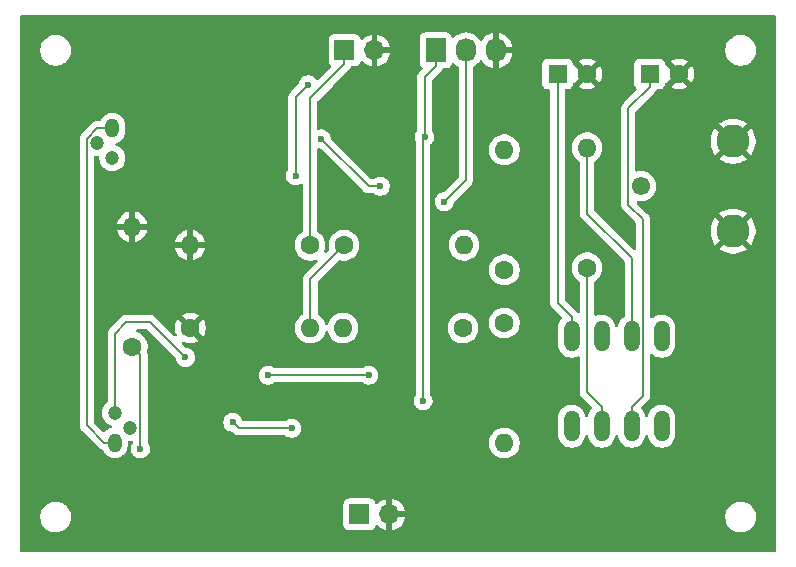
<source format=gbr>
%TF.GenerationSoftware,KiCad,Pcbnew,9.0.0-1.fc41*%
%TF.CreationDate,2025-03-24T11:14:24-04:00*%
%TF.ProjectId,Balanced Polarimeter,42616c61-6e63-4656-9420-506f6c617269,rev?*%
%TF.SameCoordinates,Original*%
%TF.FileFunction,Copper,L2,Bot*%
%TF.FilePolarity,Positive*%
%FSLAX46Y46*%
G04 Gerber Fmt 4.6, Leading zero omitted, Abs format (unit mm)*
G04 Created by KiCad (PCBNEW 9.0.0-1.fc41) date 2025-03-24 11:14:24*
%MOMM*%
%LPD*%
G01*
G04 APERTURE LIST*
%TA.AperFunction,ComponentPad*%
%ADD10R,1.600000X1.600000*%
%TD*%
%TA.AperFunction,ComponentPad*%
%ADD11C,1.600000*%
%TD*%
%TA.AperFunction,ComponentPad*%
%ADD12O,1.600000X1.600000*%
%TD*%
%TA.AperFunction,ComponentPad*%
%ADD13R,1.700000X1.700000*%
%TD*%
%TA.AperFunction,ComponentPad*%
%ADD14O,1.700000X1.700000*%
%TD*%
%TA.AperFunction,ComponentPad*%
%ADD15C,2.800000*%
%TD*%
%TA.AperFunction,ComponentPad*%
%ADD16C,1.550000*%
%TD*%
%TA.AperFunction,ComponentPad*%
%ADD17O,1.200000X1.600000*%
%TD*%
%TA.AperFunction,ComponentPad*%
%ADD18C,1.200000*%
%TD*%
%TA.AperFunction,ComponentPad*%
%ADD19O,1.320800X2.641600*%
%TD*%
%TA.AperFunction,ComponentPad*%
%ADD20R,1.730000X2.030000*%
%TD*%
%TA.AperFunction,ComponentPad*%
%ADD21O,1.730000X2.030000*%
%TD*%
%TA.AperFunction,ViaPad*%
%ADD22C,0.600000*%
%TD*%
%TA.AperFunction,Conductor*%
%ADD23C,0.200000*%
%TD*%
G04 APERTURE END LIST*
D10*
%TO.P,C1,1*%
%TO.N,-5V*%
X168000000Y-67000000D03*
D11*
%TO.P,C1,2*%
%TO.N,GND*%
X170500000Y-67000000D03*
%TD*%
%TO.P,R8,1*%
%TO.N,V_out*%
X170500000Y-83408700D03*
D12*
%TO.P,R8,2*%
%TO.N,Net-(IC1-Pad2)*%
X170500000Y-73248700D03*
%TD*%
D11*
%TO.P,R3,1*%
%TO.N,Net-(R3-Pad1)*%
X163500000Y-83580000D03*
D12*
%TO.P,R3,2*%
%TO.N,Net-(Q1-COLLECTOR_#3_1)*%
X163500000Y-73420000D03*
%TD*%
D11*
%TO.P,R7,1*%
%TO.N,Net-(R4-Pad1)*%
X163500000Y-88091300D03*
D12*
%TO.P,R7,2*%
%TO.N,Net-(IC1-Pad2)*%
X163500000Y-98251300D03*
%TD*%
D11*
%TO.P,R2,1*%
%TO.N,Net-(J3-Pin_1)*%
X132000000Y-90080000D03*
D12*
%TO.P,R2,2*%
%TO.N,GND*%
X132000000Y-79920000D03*
%TD*%
D11*
%TO.P,R5,1*%
%TO.N,Net-(IC1-Pad3)*%
X149920000Y-81500000D03*
D12*
%TO.P,R5,2*%
%TO.N,Net-(R3-Pad1)*%
X160080000Y-81500000D03*
%TD*%
D13*
%TO.P,J3,1,Pin_1*%
%TO.N,Net-(J3-Pin_1)*%
X151226600Y-104292400D03*
D14*
%TO.P,J3,2,Pin_2*%
%TO.N,GND*%
X153766600Y-104292400D03*
%TD*%
D15*
%TO.P,J1,1,1*%
%TO.N,GND*%
X182862500Y-80300000D03*
%TO.P,J1,2,2*%
X182862500Y-72700000D03*
D16*
%TO.P,J1,3,3*%
%TO.N,V_out*%
X175062500Y-76500000D03*
%TD*%
D17*
%TO.P,D1,1,K*%
%TO.N,+5V*%
X130500000Y-98211300D03*
D18*
%TO.P,D1,2,C*%
%TO.N,GND*%
X131770000Y-96941300D03*
%TO.P,D1,3,A*%
%TO.N,Net-(D1-A)*%
X130500000Y-95671300D03*
%TD*%
D19*
%TO.P,IC1,1*%
%TO.N,unconnected-(IC1-Pad1)*%
X176810000Y-89190000D03*
%TO.P,IC1,2*%
%TO.N,Net-(IC1-Pad2)*%
X174270000Y-89190000D03*
%TO.P,IC1,3*%
%TO.N,Net-(IC1-Pad3)*%
X171730000Y-89190000D03*
%TO.P,IC1,4*%
%TO.N,-5V*%
X169190000Y-89190000D03*
%TO.P,IC1,5*%
%TO.N,unconnected-(IC1-Pad5)*%
X169190000Y-96810000D03*
%TO.P,IC1,6*%
%TO.N,V_out*%
X171730000Y-96810000D03*
%TO.P,IC1,7*%
%TO.N,+5V*%
X174270000Y-96810000D03*
%TO.P,IC1,8*%
%TO.N,N/C*%
X176810000Y-96810000D03*
%TD*%
D17*
%TO.P,D2,1,K*%
%TO.N,+5V*%
X130315300Y-71586000D03*
D18*
%TO.P,D2,2,C*%
%TO.N,GND*%
X129045300Y-72856000D03*
%TO.P,D2,3,A*%
%TO.N,Net-(D2-A)*%
X130315300Y-74126000D03*
%TD*%
D11*
%TO.P,R4,1*%
%TO.N,Net-(R4-Pad1)*%
X160000000Y-88500000D03*
D12*
%TO.P,R4,2*%
%TO.N,Net-(Q2-COLLECTOR_#3_1)*%
X149840000Y-88500000D03*
%TD*%
D11*
%TO.P,R6,1*%
%TO.N,GND*%
X136920000Y-88500000D03*
D12*
%TO.P,R6,2*%
%TO.N,Net-(IC1-Pad3)*%
X147080000Y-88500000D03*
%TD*%
D13*
%TO.P,J5,1,Pin_1*%
%TO.N,Net-(J5-Pin_1)*%
X149960000Y-65000000D03*
D14*
%TO.P,J5,2,Pin_2*%
%TO.N,GND*%
X152500000Y-65000000D03*
%TD*%
D10*
%TO.P,C2,1*%
%TO.N,+5V*%
X175794900Y-67000000D03*
D11*
%TO.P,C2,2*%
%TO.N,GND*%
X178294900Y-67000000D03*
%TD*%
D20*
%TO.P,J2,1,Pin_1*%
%TO.N,+5V*%
X157695000Y-65000000D03*
D21*
%TO.P,J2,2,Pin_2*%
%TO.N,-5V*%
X160235000Y-65000000D03*
%TO.P,J2,3,Pin_3*%
%TO.N,GND*%
X162775000Y-65000000D03*
%TD*%
D11*
%TO.P,R1,1*%
%TO.N,Net-(J5-Pin_1)*%
X147048800Y-81500000D03*
D12*
%TO.P,R1,2*%
%TO.N,GND*%
X136888800Y-81500000D03*
%TD*%
D22*
%TO.N,-5V*%
X153000000Y-76500000D03*
X148000000Y-72500000D03*
%TO.N,Net-(D1-A)*%
X136500000Y-91000000D03*
%TO.N,Net-(Q2-COLLECTOR_#3_1)*%
X152000000Y-92500000D03*
X143500000Y-92500000D03*
%TO.N,Net-(D1-A)*%
X140500000Y-96500000D03*
X145500000Y-97000000D03*
%TO.N,+5V*%
X156742500Y-72315900D03*
X156617700Y-94671400D03*
%TO.N,-5V*%
X158407800Y-77815100D03*
%TO.N,Net-(Q1-BASE_#1)*%
X145820000Y-75624100D03*
X146895700Y-67904100D03*
%TO.N,Net-(J3-Pin_1)*%
X132686500Y-98739900D03*
%TD*%
D23*
%TO.N,-5V*%
X152000000Y-76500000D02*
X153000000Y-76500000D01*
X148000000Y-72500000D02*
X152000000Y-76500000D01*
%TO.N,Net-(D1-A)*%
X133500000Y-88000000D02*
X136500000Y-91000000D01*
X130500000Y-89000000D02*
X131500000Y-88000000D01*
X130500000Y-95671300D02*
X130500000Y-89000000D01*
X131500000Y-88000000D02*
X133500000Y-88000000D01*
%TO.N,Net-(Q2-COLLECTOR_#3_1)*%
X143500000Y-92500000D02*
X152000000Y-92500000D01*
%TO.N,Net-(D1-A)*%
X141000000Y-97000000D02*
X140500000Y-96500000D01*
X145500000Y-97000000D02*
X141000000Y-97000000D01*
%TO.N,+5V*%
X175794900Y-67000000D02*
X175794900Y-68101700D01*
X156742500Y-67269200D02*
X156742500Y-72315900D01*
X128130300Y-96743300D02*
X128130300Y-72487700D01*
X157695000Y-65000000D02*
X157695000Y-66316700D01*
X174270000Y-96810000D02*
X174270000Y-95187500D01*
X175232200Y-79306000D02*
X173985300Y-78059100D01*
X157695000Y-66316700D02*
X156742500Y-67269200D01*
X129032000Y-71586000D02*
X130315300Y-71586000D01*
X173985300Y-78059100D02*
X173985300Y-69911300D01*
X174270000Y-95187500D02*
X175232200Y-94225300D01*
X173985300Y-69911300D02*
X175794900Y-68101700D01*
X129598300Y-98211300D02*
X128130300Y-96743300D01*
X128130300Y-72487700D02*
X129032000Y-71586000D01*
X156617700Y-72440700D02*
X156617700Y-94671400D01*
X175232200Y-94225300D02*
X175232200Y-79306000D01*
X156742500Y-72315900D02*
X156617700Y-72440700D01*
X130500000Y-98211300D02*
X129598300Y-98211300D01*
%TO.N,Net-(IC1-Pad2)*%
X170500000Y-78821200D02*
X170500000Y-73248700D01*
X174270000Y-82591200D02*
X170500000Y-78821200D01*
X174270000Y-89190000D02*
X174270000Y-82591200D01*
%TO.N,-5V*%
X169190000Y-87567500D02*
X168000000Y-86377500D01*
X169190000Y-89190000D02*
X169190000Y-87567500D01*
X160235000Y-65000000D02*
X160235000Y-75987900D01*
X160235000Y-75987900D02*
X158407800Y-77815100D01*
X168000000Y-86377500D02*
X168000000Y-67000000D01*
%TO.N,V_out*%
X171730000Y-96810000D02*
X171730000Y-95187500D01*
X170500000Y-93957500D02*
X170500000Y-83408700D01*
X171730000Y-95187500D02*
X170500000Y-93957500D01*
%TO.N,Net-(IC1-Pad3)*%
X149920000Y-81500000D02*
X147080000Y-84340000D01*
X147080000Y-84340000D02*
X147080000Y-88500000D01*
%TO.N,Net-(Q1-BASE_#1)*%
X145820000Y-68979800D02*
X145820000Y-75624100D01*
X146895700Y-67904100D02*
X145820000Y-68979800D01*
%TO.N,Net-(J3-Pin_1)*%
X132686500Y-98739900D02*
X132686500Y-90766500D01*
X132686500Y-90766500D02*
X132000000Y-90080000D01*
%TO.N,Net-(J5-Pin_1)*%
X149960000Y-65000000D02*
X149960000Y-66151700D01*
X147048800Y-81500000D02*
X147048800Y-69062900D01*
X147048800Y-69062900D02*
X149960000Y-66151700D01*
%TD*%
%TA.AperFunction,Conductor*%
%TO.N,GND*%
G36*
X186442539Y-62020185D02*
G01*
X186488294Y-62072989D01*
X186499500Y-62124500D01*
X186499500Y-107375500D01*
X186479815Y-107442539D01*
X186427011Y-107488294D01*
X186375500Y-107499500D01*
X122624500Y-107499500D01*
X122557461Y-107479815D01*
X122511706Y-107427011D01*
X122500500Y-107375500D01*
X122500500Y-104397648D01*
X124199500Y-104397648D01*
X124199500Y-104602351D01*
X124231522Y-104804534D01*
X124294781Y-104999223D01*
X124358691Y-105124653D01*
X124382747Y-105171864D01*
X124387715Y-105181613D01*
X124508028Y-105347213D01*
X124652786Y-105491971D01*
X124782480Y-105586197D01*
X124818390Y-105612287D01*
X124934607Y-105671503D01*
X125000776Y-105705218D01*
X125000778Y-105705218D01*
X125000781Y-105705220D01*
X125105137Y-105739127D01*
X125195465Y-105768477D01*
X125296557Y-105784488D01*
X125397648Y-105800500D01*
X125397649Y-105800500D01*
X125602351Y-105800500D01*
X125602352Y-105800500D01*
X125804534Y-105768477D01*
X125999219Y-105705220D01*
X126181610Y-105612287D01*
X126276295Y-105543495D01*
X126347213Y-105491971D01*
X126347215Y-105491968D01*
X126347219Y-105491966D01*
X126491966Y-105347219D01*
X126491968Y-105347215D01*
X126491971Y-105347213D01*
X126562684Y-105249883D01*
X126612287Y-105181610D01*
X126705220Y-104999219D01*
X126768477Y-104804534D01*
X126800500Y-104602352D01*
X126800500Y-104397648D01*
X126768477Y-104195466D01*
X126705220Y-104000781D01*
X126705218Y-104000778D01*
X126705218Y-104000776D01*
X126671503Y-103934607D01*
X126612287Y-103818390D01*
X126593404Y-103792400D01*
X126491971Y-103652786D01*
X126347219Y-103508034D01*
X126324496Y-103491525D01*
X126324494Y-103491522D01*
X126191000Y-103394535D01*
X149876100Y-103394535D01*
X149876100Y-105190270D01*
X149876101Y-105190276D01*
X149882508Y-105249883D01*
X149932802Y-105384728D01*
X149932806Y-105384735D01*
X150019052Y-105499944D01*
X150019055Y-105499947D01*
X150134264Y-105586193D01*
X150134271Y-105586197D01*
X150269117Y-105636491D01*
X150269116Y-105636491D01*
X150276044Y-105637235D01*
X150328727Y-105642900D01*
X152124472Y-105642899D01*
X152184083Y-105636491D01*
X152318931Y-105586196D01*
X152434146Y-105499946D01*
X152520396Y-105384731D01*
X152569602Y-105252801D01*
X152611472Y-105196868D01*
X152676937Y-105172450D01*
X152745210Y-105187301D01*
X152773465Y-105208453D01*
X152887135Y-105322123D01*
X152887140Y-105322127D01*
X153059042Y-105447020D01*
X153248382Y-105543495D01*
X153450471Y-105609157D01*
X153516600Y-105619631D01*
X153516600Y-104725412D01*
X153573607Y-104758325D01*
X153700774Y-104792400D01*
X153832426Y-104792400D01*
X153959593Y-104758325D01*
X154016600Y-104725412D01*
X154016600Y-105619630D01*
X154082726Y-105609157D01*
X154082729Y-105609157D01*
X154284817Y-105543495D01*
X154474157Y-105447020D01*
X154646059Y-105322127D01*
X154646064Y-105322123D01*
X154796323Y-105171864D01*
X154796327Y-105171859D01*
X154921220Y-104999957D01*
X155017695Y-104810617D01*
X155083357Y-104608529D01*
X155083357Y-104608526D01*
X155093831Y-104542400D01*
X154199612Y-104542400D01*
X154232525Y-104485393D01*
X154256037Y-104397648D01*
X182199500Y-104397648D01*
X182199500Y-104602351D01*
X182231522Y-104804534D01*
X182294781Y-104999223D01*
X182358691Y-105124653D01*
X182382747Y-105171864D01*
X182387715Y-105181613D01*
X182508028Y-105347213D01*
X182652786Y-105491971D01*
X182782480Y-105586197D01*
X182818390Y-105612287D01*
X182934607Y-105671503D01*
X183000776Y-105705218D01*
X183000778Y-105705218D01*
X183000781Y-105705220D01*
X183105137Y-105739127D01*
X183195465Y-105768477D01*
X183296557Y-105784488D01*
X183397648Y-105800500D01*
X183397649Y-105800500D01*
X183602351Y-105800500D01*
X183602352Y-105800500D01*
X183804534Y-105768477D01*
X183999219Y-105705220D01*
X184181610Y-105612287D01*
X184276295Y-105543495D01*
X184347213Y-105491971D01*
X184347215Y-105491968D01*
X184347219Y-105491966D01*
X184491966Y-105347219D01*
X184491968Y-105347215D01*
X184491971Y-105347213D01*
X184562684Y-105249883D01*
X184612287Y-105181610D01*
X184705220Y-104999219D01*
X184768477Y-104804534D01*
X184800500Y-104602352D01*
X184800500Y-104397648D01*
X184768477Y-104195466D01*
X184705220Y-104000781D01*
X184705218Y-104000778D01*
X184705218Y-104000776D01*
X184671503Y-103934607D01*
X184612287Y-103818390D01*
X184593404Y-103792400D01*
X184491971Y-103652786D01*
X184347213Y-103508028D01*
X184181613Y-103387715D01*
X184181612Y-103387714D01*
X184181610Y-103387713D01*
X184124653Y-103358691D01*
X183999223Y-103294781D01*
X183804534Y-103231522D01*
X183629995Y-103203878D01*
X183602352Y-103199500D01*
X183397648Y-103199500D01*
X183373329Y-103203351D01*
X183195465Y-103231522D01*
X183000776Y-103294781D01*
X182818386Y-103387715D01*
X182652786Y-103508028D01*
X182508028Y-103652786D01*
X182387715Y-103818386D01*
X182294781Y-104000776D01*
X182231522Y-104195465D01*
X182199500Y-104397648D01*
X154256037Y-104397648D01*
X154266600Y-104358226D01*
X154266600Y-104226574D01*
X154232525Y-104099407D01*
X154199612Y-104042400D01*
X155093831Y-104042400D01*
X155083357Y-103976273D01*
X155083357Y-103976270D01*
X155017695Y-103774182D01*
X154921220Y-103584842D01*
X154796327Y-103412940D01*
X154796323Y-103412935D01*
X154646064Y-103262676D01*
X154646059Y-103262672D01*
X154474157Y-103137779D01*
X154284815Y-103041303D01*
X154082724Y-102975641D01*
X154016600Y-102965168D01*
X154016600Y-103859388D01*
X153959593Y-103826475D01*
X153832426Y-103792400D01*
X153700774Y-103792400D01*
X153573607Y-103826475D01*
X153516600Y-103859388D01*
X153516600Y-102965168D01*
X153516599Y-102965168D01*
X153450475Y-102975641D01*
X153248384Y-103041303D01*
X153059042Y-103137779D01*
X152887141Y-103262671D01*
X152773465Y-103376347D01*
X152712142Y-103409831D01*
X152642450Y-103404847D01*
X152586517Y-103362975D01*
X152569602Y-103331998D01*
X152520397Y-103200071D01*
X152520393Y-103200064D01*
X152434147Y-103084855D01*
X152434144Y-103084852D01*
X152318935Y-102998606D01*
X152318928Y-102998602D01*
X152184082Y-102948308D01*
X152184083Y-102948308D01*
X152124483Y-102941901D01*
X152124481Y-102941900D01*
X152124473Y-102941900D01*
X152124464Y-102941900D01*
X150328729Y-102941900D01*
X150328723Y-102941901D01*
X150269116Y-102948308D01*
X150134271Y-102998602D01*
X150134264Y-102998606D01*
X150019055Y-103084852D01*
X150019052Y-103084855D01*
X149932806Y-103200064D01*
X149932802Y-103200071D01*
X149882508Y-103334917D01*
X149876101Y-103394516D01*
X149876100Y-103394535D01*
X126191000Y-103394535D01*
X126181613Y-103387715D01*
X126181612Y-103387714D01*
X126181610Y-103387713D01*
X126124653Y-103358691D01*
X125999223Y-103294781D01*
X125804534Y-103231522D01*
X125629995Y-103203878D01*
X125602352Y-103199500D01*
X125397648Y-103199500D01*
X125373329Y-103203351D01*
X125195465Y-103231522D01*
X125000776Y-103294781D01*
X124818386Y-103387715D01*
X124652786Y-103508028D01*
X124508028Y-103652786D01*
X124387715Y-103818386D01*
X124294781Y-104000776D01*
X124231522Y-104195465D01*
X124199500Y-104397648D01*
X122500500Y-104397648D01*
X122500500Y-96822354D01*
X127529798Y-96822354D01*
X127570723Y-96975085D01*
X127588154Y-97005276D01*
X127588153Y-97005276D01*
X127588154Y-97005277D01*
X127649775Y-97112009D01*
X127649781Y-97112017D01*
X127768649Y-97230885D01*
X127768654Y-97230889D01*
X129229584Y-98691820D01*
X129229586Y-98691821D01*
X129229590Y-98691824D01*
X129366509Y-98770873D01*
X129366516Y-98770877D01*
X129407666Y-98781903D01*
X129467325Y-98818267D01*
X129486056Y-98845382D01*
X129558768Y-98988088D01*
X129660586Y-99128228D01*
X129783072Y-99250714D01*
X129923212Y-99352532D01*
X130077555Y-99431173D01*
X130242299Y-99484702D01*
X130413389Y-99511800D01*
X130413390Y-99511800D01*
X130586610Y-99511800D01*
X130586611Y-99511800D01*
X130757701Y-99484702D01*
X130922445Y-99431173D01*
X131076788Y-99352532D01*
X131216928Y-99250714D01*
X131339414Y-99128228D01*
X131441232Y-98988088D01*
X131519873Y-98833745D01*
X131573402Y-98669001D01*
X131600500Y-98497911D01*
X131600500Y-98165300D01*
X131602667Y-98157917D01*
X131601407Y-98150326D01*
X131612375Y-98124856D01*
X131620185Y-98098261D01*
X131625998Y-98093223D01*
X131629043Y-98086154D01*
X131652041Y-98070657D01*
X131672989Y-98052506D01*
X131682062Y-98050428D01*
X131686986Y-98047111D01*
X131716554Y-98042530D01*
X131721803Y-98041329D01*
X131877813Y-98037935D01*
X131942602Y-98027674D01*
X132011896Y-98036629D01*
X132065347Y-98081625D01*
X132072573Y-98104994D01*
X132073648Y-98106182D01*
X132074468Y-98111125D01*
X132085987Y-98148376D01*
X132086000Y-98150147D01*
X132086000Y-98160134D01*
X132083832Y-98167516D01*
X132085093Y-98175108D01*
X132074124Y-98200577D01*
X132066315Y-98227173D01*
X132065102Y-98229025D01*
X131977109Y-98360714D01*
X131977102Y-98360727D01*
X131916764Y-98506398D01*
X131916761Y-98506410D01*
X131886000Y-98661053D01*
X131886000Y-98818746D01*
X131916761Y-98973389D01*
X131916764Y-98973401D01*
X131977102Y-99119072D01*
X131977109Y-99119085D01*
X132064710Y-99250188D01*
X132064713Y-99250192D01*
X132176207Y-99361686D01*
X132176211Y-99361689D01*
X132307314Y-99449290D01*
X132307327Y-99449297D01*
X132392804Y-99484702D01*
X132453003Y-99509637D01*
X132607653Y-99540399D01*
X132607656Y-99540400D01*
X132607658Y-99540400D01*
X132765344Y-99540400D01*
X132765345Y-99540399D01*
X132919997Y-99509637D01*
X133065679Y-99449294D01*
X133196789Y-99361689D01*
X133308289Y-99250189D01*
X133395894Y-99119079D01*
X133456237Y-98973397D01*
X133487000Y-98818742D01*
X133487000Y-98661058D01*
X133487000Y-98661055D01*
X133486999Y-98661053D01*
X133475395Y-98602715D01*
X133456237Y-98506403D01*
X133438379Y-98463290D01*
X133395897Y-98360727D01*
X133395890Y-98360714D01*
X133307898Y-98229025D01*
X133302247Y-98210978D01*
X133292023Y-98195069D01*
X133287571Y-98164107D01*
X133287020Y-98162347D01*
X133287000Y-98160134D01*
X133287000Y-98148948D01*
X162199500Y-98148948D01*
X162199500Y-98353651D01*
X162231522Y-98555834D01*
X162294781Y-98750523D01*
X162387715Y-98932913D01*
X162508028Y-99098513D01*
X162652786Y-99243271D01*
X162803173Y-99352531D01*
X162818390Y-99363587D01*
X162934607Y-99422803D01*
X163000776Y-99456518D01*
X163000778Y-99456518D01*
X163000781Y-99456520D01*
X163087516Y-99484702D01*
X163195465Y-99519777D01*
X163296557Y-99535788D01*
X163397648Y-99551800D01*
X163397649Y-99551800D01*
X163602351Y-99551800D01*
X163602352Y-99551800D01*
X163804534Y-99519777D01*
X163999219Y-99456520D01*
X164181610Y-99363587D01*
X164336968Y-99250714D01*
X164347213Y-99243271D01*
X164347215Y-99243268D01*
X164347219Y-99243266D01*
X164491966Y-99098519D01*
X164491968Y-99098515D01*
X164491971Y-99098513D01*
X164572198Y-98988088D01*
X164612287Y-98932910D01*
X164705220Y-98750519D01*
X164768477Y-98555834D01*
X164800500Y-98353652D01*
X164800500Y-98148948D01*
X164768477Y-97946766D01*
X164705220Y-97752081D01*
X164705218Y-97752078D01*
X164705218Y-97752076D01*
X164651272Y-97646202D01*
X164612287Y-97569690D01*
X164595174Y-97546136D01*
X164491971Y-97404086D01*
X164347213Y-97259328D01*
X164181613Y-97139015D01*
X164181612Y-97139014D01*
X164181610Y-97139013D01*
X164124653Y-97109991D01*
X163999223Y-97046081D01*
X163804534Y-96982822D01*
X163629995Y-96955178D01*
X163602352Y-96950800D01*
X163397648Y-96950800D01*
X163373329Y-96954651D01*
X163195465Y-96982822D01*
X163000776Y-97046081D01*
X162818386Y-97139015D01*
X162652786Y-97259328D01*
X162508028Y-97404086D01*
X162387715Y-97569686D01*
X162294781Y-97752076D01*
X162231522Y-97946765D01*
X162199500Y-98148948D01*
X133287000Y-98148948D01*
X133287000Y-96421153D01*
X139699500Y-96421153D01*
X139699500Y-96578846D01*
X139730261Y-96733489D01*
X139730264Y-96733501D01*
X139790602Y-96879172D01*
X139790609Y-96879185D01*
X139878210Y-97010288D01*
X139878213Y-97010292D01*
X139989707Y-97121786D01*
X139989711Y-97121789D01*
X140120814Y-97209390D01*
X140120827Y-97209397D01*
X140260977Y-97267448D01*
X140266503Y-97269737D01*
X140421158Y-97300500D01*
X140421847Y-97300637D01*
X140483758Y-97333022D01*
X140485337Y-97334573D01*
X140631284Y-97480520D01*
X140631286Y-97480521D01*
X140631290Y-97480524D01*
X140744935Y-97546136D01*
X140768216Y-97559577D01*
X140920943Y-97600501D01*
X140920945Y-97600501D01*
X141086654Y-97600501D01*
X141086670Y-97600500D01*
X144920234Y-97600500D01*
X144987273Y-97620185D01*
X144989125Y-97621398D01*
X145120814Y-97709390D01*
X145120827Y-97709397D01*
X145223865Y-97752076D01*
X145266503Y-97769737D01*
X145421153Y-97800499D01*
X145421156Y-97800500D01*
X145421158Y-97800500D01*
X145578844Y-97800500D01*
X145578845Y-97800499D01*
X145733497Y-97769737D01*
X145879179Y-97709394D01*
X146010289Y-97621789D01*
X146121789Y-97510289D01*
X146209394Y-97379179D01*
X146269737Y-97233497D01*
X146300500Y-97078842D01*
X146300500Y-96921158D01*
X146300500Y-96921155D01*
X146300499Y-96921153D01*
X146292148Y-96879172D01*
X146269737Y-96766503D01*
X146253124Y-96726395D01*
X146209397Y-96620827D01*
X146209390Y-96620814D01*
X146121789Y-96489711D01*
X146121786Y-96489707D01*
X146010292Y-96378213D01*
X146010288Y-96378210D01*
X145879185Y-96290609D01*
X145879172Y-96290602D01*
X145733501Y-96230264D01*
X145733489Y-96230261D01*
X145578845Y-96199500D01*
X145578842Y-96199500D01*
X145421158Y-96199500D01*
X145421155Y-96199500D01*
X145266510Y-96230261D01*
X145266498Y-96230264D01*
X145120827Y-96290602D01*
X145120814Y-96290609D01*
X144989125Y-96378602D01*
X144922447Y-96399480D01*
X144920234Y-96399500D01*
X141397956Y-96399500D01*
X141330917Y-96379815D01*
X141285162Y-96327011D01*
X141276339Y-96299691D01*
X141269738Y-96266510D01*
X141269737Y-96266503D01*
X141262109Y-96248088D01*
X141209397Y-96120827D01*
X141209390Y-96120814D01*
X141121789Y-95989711D01*
X141121786Y-95989707D01*
X141010292Y-95878213D01*
X141010288Y-95878210D01*
X140879185Y-95790609D01*
X140879172Y-95790602D01*
X140733501Y-95730264D01*
X140733489Y-95730261D01*
X140578845Y-95699500D01*
X140578842Y-95699500D01*
X140421158Y-95699500D01*
X140421155Y-95699500D01*
X140266510Y-95730261D01*
X140266498Y-95730264D01*
X140120827Y-95790602D01*
X140120814Y-95790609D01*
X139989711Y-95878210D01*
X139989707Y-95878213D01*
X139878213Y-95989707D01*
X139878210Y-95989711D01*
X139790609Y-96120814D01*
X139790602Y-96120827D01*
X139730264Y-96266498D01*
X139730261Y-96266510D01*
X139699500Y-96421153D01*
X133287000Y-96421153D01*
X133287000Y-94592553D01*
X155817200Y-94592553D01*
X155817200Y-94750246D01*
X155847961Y-94904889D01*
X155847964Y-94904901D01*
X155908302Y-95050572D01*
X155908309Y-95050585D01*
X155995910Y-95181688D01*
X155995913Y-95181692D01*
X156107407Y-95293186D01*
X156107411Y-95293189D01*
X156238514Y-95380790D01*
X156238527Y-95380797D01*
X156384198Y-95441135D01*
X156384203Y-95441137D01*
X156538853Y-95471899D01*
X156538856Y-95471900D01*
X156538858Y-95471900D01*
X156696544Y-95471900D01*
X156696545Y-95471899D01*
X156851197Y-95441137D01*
X156996879Y-95380794D01*
X157127989Y-95293189D01*
X157239489Y-95181689D01*
X157327094Y-95050579D01*
X157387437Y-94904897D01*
X157418200Y-94750242D01*
X157418200Y-94592558D01*
X157418200Y-94592555D01*
X157418199Y-94592553D01*
X157401220Y-94507195D01*
X157387437Y-94437903D01*
X157387435Y-94437898D01*
X157327097Y-94292227D01*
X157327090Y-94292214D01*
X157239098Y-94160525D01*
X157218220Y-94093847D01*
X157218200Y-94091634D01*
X157218200Y-88397648D01*
X158699500Y-88397648D01*
X158699500Y-88602351D01*
X158731522Y-88804534D01*
X158794781Y-88999223D01*
X158887715Y-89181613D01*
X159008028Y-89347213D01*
X159152786Y-89491971D01*
X159273226Y-89579474D01*
X159318390Y-89612287D01*
X159423327Y-89665755D01*
X159500776Y-89705218D01*
X159500778Y-89705218D01*
X159500781Y-89705220D01*
X159605137Y-89739127D01*
X159695465Y-89768477D01*
X159739592Y-89775466D01*
X159897648Y-89800500D01*
X159897649Y-89800500D01*
X160102351Y-89800500D01*
X160102352Y-89800500D01*
X160304534Y-89768477D01*
X160499219Y-89705220D01*
X160681610Y-89612287D01*
X160774590Y-89544732D01*
X160847213Y-89491971D01*
X160847215Y-89491968D01*
X160847219Y-89491966D01*
X160991966Y-89347219D01*
X160991968Y-89347215D01*
X160991971Y-89347213D01*
X161044732Y-89274590D01*
X161112287Y-89181610D01*
X161205220Y-88999219D01*
X161268477Y-88804534D01*
X161300500Y-88602352D01*
X161300500Y-88397648D01*
X161278343Y-88257755D01*
X161268477Y-88195465D01*
X161232248Y-88083966D01*
X161205220Y-88000781D01*
X161199191Y-87988948D01*
X162199500Y-87988948D01*
X162199500Y-88193651D01*
X162231522Y-88395834D01*
X162294781Y-88590523D01*
X162358691Y-88715953D01*
X162384488Y-88766581D01*
X162387715Y-88772913D01*
X162508028Y-88938513D01*
X162652786Y-89083271D01*
X162807749Y-89195856D01*
X162818390Y-89203587D01*
X162934607Y-89262803D01*
X163000776Y-89296518D01*
X163000778Y-89296518D01*
X163000781Y-89296520D01*
X163105137Y-89330427D01*
X163195465Y-89359777D01*
X163296557Y-89375788D01*
X163397648Y-89391800D01*
X163397649Y-89391800D01*
X163602351Y-89391800D01*
X163602352Y-89391800D01*
X163804534Y-89359777D01*
X163999219Y-89296520D01*
X164181610Y-89203587D01*
X164339246Y-89089059D01*
X164347213Y-89083271D01*
X164347215Y-89083268D01*
X164347219Y-89083266D01*
X164491966Y-88938519D01*
X164491968Y-88938515D01*
X164491971Y-88938513D01*
X164584233Y-88811523D01*
X164612287Y-88772910D01*
X164705220Y-88590519D01*
X164768477Y-88395834D01*
X164800500Y-88193652D01*
X164800500Y-87988948D01*
X164789763Y-87921156D01*
X164768477Y-87786765D01*
X164734423Y-87681959D01*
X164705220Y-87592081D01*
X164705218Y-87592078D01*
X164705218Y-87592076D01*
X164662393Y-87508028D01*
X164612287Y-87409690D01*
X164591355Y-87380879D01*
X164491971Y-87244086D01*
X164347213Y-87099328D01*
X164181613Y-86979015D01*
X164181612Y-86979014D01*
X164181610Y-86979013D01*
X164124653Y-86949991D01*
X163999223Y-86886081D01*
X163804534Y-86822822D01*
X163629995Y-86795178D01*
X163602352Y-86790800D01*
X163397648Y-86790800D01*
X163373329Y-86794651D01*
X163195465Y-86822822D01*
X163000776Y-86886081D01*
X162818386Y-86979015D01*
X162652786Y-87099328D01*
X162508028Y-87244086D01*
X162387715Y-87409686D01*
X162294781Y-87592076D01*
X162231522Y-87786765D01*
X162199500Y-87988948D01*
X161199191Y-87988948D01*
X161112287Y-87818390D01*
X161080092Y-87774077D01*
X160991971Y-87652786D01*
X160847213Y-87508028D01*
X160681613Y-87387715D01*
X160681612Y-87387714D01*
X160681610Y-87387713D01*
X160624653Y-87358691D01*
X160499223Y-87294781D01*
X160304534Y-87231522D01*
X160129995Y-87203878D01*
X160102352Y-87199500D01*
X159897648Y-87199500D01*
X159873329Y-87203351D01*
X159695465Y-87231522D01*
X159500776Y-87294781D01*
X159318386Y-87387715D01*
X159152786Y-87508028D01*
X159008028Y-87652786D01*
X158887715Y-87818386D01*
X158794781Y-88000776D01*
X158731522Y-88195465D01*
X158699500Y-88397648D01*
X157218200Y-88397648D01*
X157218200Y-83477648D01*
X162199500Y-83477648D01*
X162199500Y-83682351D01*
X162231522Y-83884534D01*
X162294781Y-84079223D01*
X162358691Y-84204653D01*
X162387374Y-84260945D01*
X162387715Y-84261613D01*
X162508028Y-84427213D01*
X162652786Y-84571971D01*
X162807749Y-84684556D01*
X162818390Y-84692287D01*
X162934607Y-84751503D01*
X163000776Y-84785218D01*
X163000778Y-84785218D01*
X163000781Y-84785220D01*
X163105137Y-84819127D01*
X163195465Y-84848477D01*
X163296557Y-84864488D01*
X163397648Y-84880500D01*
X163397649Y-84880500D01*
X163602351Y-84880500D01*
X163602352Y-84880500D01*
X163804534Y-84848477D01*
X163999219Y-84785220D01*
X164181610Y-84692287D01*
X164274590Y-84624732D01*
X164347213Y-84571971D01*
X164347215Y-84571968D01*
X164347219Y-84571966D01*
X164491966Y-84427219D01*
X164491968Y-84427215D01*
X164491971Y-84427213D01*
X164544732Y-84354590D01*
X164612287Y-84261610D01*
X164705220Y-84079219D01*
X164768477Y-83884534D01*
X164800500Y-83682352D01*
X164800500Y-83477648D01*
X164768477Y-83275466D01*
X164705220Y-83080781D01*
X164705218Y-83080778D01*
X164705218Y-83080776D01*
X164671503Y-83014607D01*
X164612287Y-82898390D01*
X164587984Y-82864939D01*
X164491971Y-82732786D01*
X164347213Y-82588028D01*
X164181613Y-82467715D01*
X164181612Y-82467714D01*
X164181610Y-82467713D01*
X164124653Y-82438691D01*
X163999223Y-82374781D01*
X163804534Y-82311522D01*
X163629995Y-82283878D01*
X163602352Y-82279500D01*
X163397648Y-82279500D01*
X163373329Y-82283351D01*
X163195465Y-82311522D01*
X163000776Y-82374781D01*
X162818386Y-82467715D01*
X162652786Y-82588028D01*
X162508028Y-82732786D01*
X162387715Y-82898386D01*
X162294781Y-83080776D01*
X162231522Y-83275465D01*
X162199500Y-83477648D01*
X157218200Y-83477648D01*
X157218200Y-81397648D01*
X158779500Y-81397648D01*
X158779500Y-81602351D01*
X158811522Y-81804534D01*
X158874781Y-81999223D01*
X158967715Y-82181613D01*
X159088028Y-82347213D01*
X159232786Y-82491971D01*
X159365000Y-82588028D01*
X159398390Y-82612287D01*
X159514607Y-82671503D01*
X159580776Y-82705218D01*
X159580778Y-82705218D01*
X159580781Y-82705220D01*
X159685137Y-82739127D01*
X159775465Y-82768477D01*
X159876557Y-82784488D01*
X159977648Y-82800500D01*
X159977649Y-82800500D01*
X160182351Y-82800500D01*
X160182352Y-82800500D01*
X160384534Y-82768477D01*
X160579219Y-82705220D01*
X160761610Y-82612287D01*
X160854590Y-82544732D01*
X160927213Y-82491971D01*
X160927215Y-82491968D01*
X160927219Y-82491966D01*
X161071966Y-82347219D01*
X161071968Y-82347215D01*
X161071971Y-82347213D01*
X161124732Y-82274590D01*
X161192287Y-82181610D01*
X161285220Y-81999219D01*
X161348477Y-81804534D01*
X161380500Y-81602352D01*
X161380500Y-81397648D01*
X161372257Y-81345606D01*
X161348477Y-81195465D01*
X161285218Y-81000776D01*
X161239771Y-80911582D01*
X161192287Y-80818390D01*
X161154874Y-80766895D01*
X161071971Y-80652786D01*
X160927213Y-80508028D01*
X160761613Y-80387715D01*
X160761612Y-80387714D01*
X160761610Y-80387713D01*
X160704653Y-80358691D01*
X160579223Y-80294781D01*
X160384534Y-80231522D01*
X160209995Y-80203878D01*
X160182352Y-80199500D01*
X159977648Y-80199500D01*
X159953329Y-80203351D01*
X159775465Y-80231522D01*
X159580776Y-80294781D01*
X159398386Y-80387715D01*
X159232786Y-80508028D01*
X159088028Y-80652786D01*
X158967715Y-80818386D01*
X158874781Y-81000776D01*
X158811522Y-81195465D01*
X158779500Y-81397648D01*
X157218200Y-81397648D01*
X157218200Y-73023640D01*
X157237885Y-72956601D01*
X157254514Y-72935963D01*
X157364289Y-72826189D01*
X157451894Y-72695079D01*
X157512237Y-72549397D01*
X157543000Y-72394742D01*
X157543000Y-72237058D01*
X157543000Y-72237055D01*
X157542999Y-72237053D01*
X157525986Y-72151523D01*
X157512237Y-72082403D01*
X157473843Y-71989711D01*
X157451897Y-71936727D01*
X157451890Y-71936714D01*
X157363898Y-71805025D01*
X157343020Y-71738347D01*
X157343000Y-71736134D01*
X157343000Y-67569296D01*
X157362685Y-67502257D01*
X157379315Y-67481619D01*
X158053506Y-66807427D01*
X158053511Y-66807424D01*
X158063714Y-66797220D01*
X158063716Y-66797220D01*
X158175520Y-66685416D01*
X158237825Y-66577498D01*
X158288391Y-66529284D01*
X158345212Y-66515499D01*
X158607871Y-66515499D01*
X158607872Y-66515499D01*
X158667483Y-66509091D01*
X158802331Y-66458796D01*
X158917546Y-66372546D01*
X159003796Y-66257331D01*
X159047048Y-66141365D01*
X159088917Y-66085433D01*
X159154381Y-66061015D01*
X159222654Y-66075866D01*
X159250910Y-66097018D01*
X159345437Y-66191545D01*
X159475850Y-66286296D01*
X159519323Y-66317881D01*
X159566794Y-66342068D01*
X159617590Y-66390042D01*
X159634500Y-66452553D01*
X159634500Y-75687803D01*
X159614815Y-75754842D01*
X159598181Y-75775484D01*
X158393139Y-76980525D01*
X158331816Y-77014010D01*
X158329650Y-77014461D01*
X158174308Y-77045361D01*
X158174298Y-77045364D01*
X158028627Y-77105702D01*
X158028614Y-77105709D01*
X157897511Y-77193310D01*
X157897507Y-77193313D01*
X157786013Y-77304807D01*
X157786010Y-77304811D01*
X157698409Y-77435914D01*
X157698402Y-77435927D01*
X157638064Y-77581598D01*
X157638061Y-77581610D01*
X157607300Y-77736253D01*
X157607300Y-77893946D01*
X157638061Y-78048589D01*
X157638064Y-78048601D01*
X157698402Y-78194272D01*
X157698409Y-78194285D01*
X157786010Y-78325388D01*
X157786013Y-78325392D01*
X157897507Y-78436886D01*
X157897511Y-78436889D01*
X158028614Y-78524490D01*
X158028627Y-78524497D01*
X158144434Y-78572465D01*
X158174303Y-78584837D01*
X158294692Y-78608784D01*
X158328953Y-78615599D01*
X158328956Y-78615600D01*
X158328958Y-78615600D01*
X158486644Y-78615600D01*
X158486645Y-78615599D01*
X158641297Y-78584837D01*
X158786979Y-78524494D01*
X158918089Y-78436889D01*
X159029589Y-78325389D01*
X159117194Y-78194279D01*
X159177537Y-78048597D01*
X159205772Y-77906650D01*
X159208438Y-77893250D01*
X159240823Y-77831339D01*
X159242319Y-77829815D01*
X160593506Y-76478627D01*
X160593511Y-76478624D01*
X160603714Y-76468420D01*
X160603716Y-76468420D01*
X160715520Y-76356616D01*
X160751944Y-76293528D01*
X160791739Y-76224601D01*
X160791741Y-76224595D01*
X160794577Y-76219685D01*
X160835501Y-76066957D01*
X160835501Y-75908843D01*
X160835501Y-75901248D01*
X160835500Y-75901230D01*
X160835500Y-73317648D01*
X162199500Y-73317648D01*
X162199500Y-73522351D01*
X162231522Y-73724534D01*
X162294781Y-73919223D01*
X162358691Y-74044653D01*
X162384813Y-74095919D01*
X162387715Y-74101613D01*
X162508028Y-74267213D01*
X162652786Y-74411971D01*
X162778115Y-74503026D01*
X162818390Y-74532287D01*
X162887482Y-74567491D01*
X163000776Y-74625218D01*
X163000778Y-74625218D01*
X163000781Y-74625220D01*
X163105137Y-74659127D01*
X163195465Y-74688477D01*
X163285821Y-74702788D01*
X163397648Y-74720500D01*
X163397649Y-74720500D01*
X163602351Y-74720500D01*
X163602352Y-74720500D01*
X163804534Y-74688477D01*
X163999219Y-74625220D01*
X164181610Y-74532287D01*
X164274590Y-74464732D01*
X164347213Y-74411971D01*
X164347215Y-74411968D01*
X164347219Y-74411966D01*
X164491966Y-74267219D01*
X164491968Y-74267215D01*
X164491971Y-74267213D01*
X164544732Y-74194590D01*
X164612287Y-74101610D01*
X164705220Y-73919219D01*
X164768477Y-73724534D01*
X164800500Y-73522352D01*
X164800500Y-73317648D01*
X164796796Y-73294260D01*
X164768477Y-73115465D01*
X164718223Y-72960800D01*
X164705220Y-72920781D01*
X164705218Y-72920778D01*
X164705218Y-72920776D01*
X164640401Y-72793567D01*
X164612287Y-72738390D01*
X164584396Y-72700001D01*
X164491971Y-72572786D01*
X164347213Y-72428028D01*
X164181613Y-72307715D01*
X164181612Y-72307714D01*
X164181610Y-72307713D01*
X164100731Y-72266503D01*
X163999223Y-72214781D01*
X163804534Y-72151522D01*
X163610692Y-72120821D01*
X163602352Y-72119500D01*
X163397648Y-72119500D01*
X163389308Y-72120821D01*
X163195465Y-72151522D01*
X163000776Y-72214781D01*
X162818386Y-72307715D01*
X162652786Y-72428028D01*
X162508028Y-72572786D01*
X162387715Y-72738386D01*
X162294781Y-72920776D01*
X162231522Y-73115465D01*
X162199500Y-73317648D01*
X160835500Y-73317648D01*
X160835500Y-66452553D01*
X160855185Y-66385514D01*
X160903206Y-66342068D01*
X160932326Y-66327231D01*
X160950678Y-66317880D01*
X161124563Y-66191545D01*
X161276545Y-66039563D01*
X161402880Y-65865678D01*
X161402881Y-65865675D01*
X161404990Y-65862773D01*
X161460320Y-65820107D01*
X161529933Y-65814128D01*
X161591728Y-65846734D01*
X161605626Y-65862772D01*
X161733838Y-66039239D01*
X161733838Y-66039240D01*
X161885759Y-66191161D01*
X162059583Y-66317452D01*
X162251024Y-66414996D01*
X162455359Y-66481388D01*
X162524999Y-66492418D01*
X162525000Y-66492418D01*
X162525000Y-65444560D01*
X162578147Y-65475245D01*
X162707857Y-65510000D01*
X162842143Y-65510000D01*
X162971853Y-65475245D01*
X163025000Y-65444560D01*
X163025000Y-66492418D01*
X163094638Y-66481388D01*
X163094641Y-66481388D01*
X163298975Y-66414996D01*
X163490416Y-66317452D01*
X163664240Y-66191161D01*
X163703266Y-66152135D01*
X166699500Y-66152135D01*
X166699500Y-67847870D01*
X166699501Y-67847876D01*
X166705908Y-67907483D01*
X166756202Y-68042328D01*
X166756206Y-68042335D01*
X166842452Y-68157544D01*
X166842455Y-68157547D01*
X166957664Y-68243793D01*
X166957671Y-68243797D01*
X167002618Y-68260561D01*
X167092517Y-68294091D01*
X167152127Y-68300500D01*
X167275500Y-68300499D01*
X167342539Y-68320183D01*
X167388294Y-68372987D01*
X167399500Y-68424499D01*
X167399500Y-86290830D01*
X167399499Y-86290848D01*
X167399499Y-86456554D01*
X167399498Y-86456554D01*
X167440423Y-86609285D01*
X167469358Y-86659400D01*
X167469359Y-86659404D01*
X167469360Y-86659404D01*
X167519479Y-86746214D01*
X167519481Y-86746217D01*
X167638349Y-86865085D01*
X167638355Y-86865090D01*
X168337871Y-87564606D01*
X168371356Y-87625929D01*
X168366372Y-87695621D01*
X168337871Y-87739968D01*
X168304517Y-87773321D01*
X168197109Y-87921155D01*
X168114153Y-88083966D01*
X168057684Y-88257758D01*
X168029100Y-88438229D01*
X168029100Y-89941770D01*
X168034783Y-89977648D01*
X168057685Y-90122245D01*
X168114152Y-90296031D01*
X168197109Y-90458844D01*
X168304515Y-90606676D01*
X168433724Y-90735885D01*
X168581556Y-90843291D01*
X168744369Y-90926248D01*
X168918155Y-90982715D01*
X168985835Y-90993434D01*
X169098630Y-91011300D01*
X169098635Y-91011300D01*
X169281370Y-91011300D01*
X169381631Y-90995419D01*
X169461845Y-90982715D01*
X169635631Y-90926248D01*
X169719205Y-90883664D01*
X169787874Y-90870769D01*
X169852615Y-90897045D01*
X169892872Y-90954152D01*
X169899500Y-90994150D01*
X169899500Y-93870830D01*
X169899499Y-93870848D01*
X169899499Y-94036554D01*
X169899498Y-94036554D01*
X169940423Y-94189285D01*
X169969358Y-94239400D01*
X169969359Y-94239404D01*
X169969360Y-94239404D01*
X170019479Y-94326214D01*
X170019481Y-94326217D01*
X170138349Y-94445085D01*
X170138355Y-94445090D01*
X170877869Y-95184605D01*
X170911354Y-95245928D01*
X170906370Y-95315620D01*
X170877872Y-95359965D01*
X170844512Y-95393326D01*
X170844511Y-95393327D01*
X170737111Y-95541152D01*
X170654153Y-95703966D01*
X170654152Y-95703968D01*
X170654152Y-95703969D01*
X170645608Y-95730264D01*
X170597684Y-95877758D01*
X170582473Y-95973797D01*
X170552544Y-96036932D01*
X170493232Y-96073863D01*
X170423369Y-96072865D01*
X170365137Y-96034255D01*
X170337527Y-95973797D01*
X170329293Y-95921812D01*
X170322315Y-95877755D01*
X170265848Y-95703969D01*
X170182891Y-95541156D01*
X170075485Y-95393324D01*
X169946276Y-95264115D01*
X169798444Y-95156709D01*
X169635631Y-95073752D01*
X169461845Y-95017285D01*
X169461843Y-95017284D01*
X169461841Y-95017284D01*
X169281370Y-94988700D01*
X169281365Y-94988700D01*
X169098635Y-94988700D01*
X169098630Y-94988700D01*
X168918158Y-95017284D01*
X168744366Y-95073753D01*
X168581555Y-95156709D01*
X168433721Y-95264117D01*
X168304517Y-95393321D01*
X168197109Y-95541155D01*
X168114153Y-95703966D01*
X168114152Y-95703968D01*
X168114152Y-95703969D01*
X168105608Y-95730264D01*
X168057684Y-95877758D01*
X168029100Y-96058229D01*
X168029100Y-97561770D01*
X168042473Y-97646202D01*
X168057685Y-97742245D01*
X168114152Y-97916031D01*
X168197109Y-98078844D01*
X168304515Y-98226676D01*
X168433724Y-98355885D01*
X168581556Y-98463291D01*
X168744369Y-98546248D01*
X168918155Y-98602715D01*
X168985835Y-98613434D01*
X169098630Y-98631300D01*
X169098635Y-98631300D01*
X169281370Y-98631300D01*
X169381631Y-98615419D01*
X169461845Y-98602715D01*
X169635631Y-98546248D01*
X169798444Y-98463291D01*
X169946276Y-98355885D01*
X170075485Y-98226676D01*
X170182891Y-98078844D01*
X170265848Y-97916031D01*
X170322315Y-97742245D01*
X170337527Y-97646202D01*
X170367456Y-97583067D01*
X170426768Y-97546136D01*
X170496630Y-97547134D01*
X170554863Y-97585744D01*
X170582473Y-97646202D01*
X170597685Y-97742245D01*
X170654152Y-97916031D01*
X170737109Y-98078844D01*
X170844515Y-98226676D01*
X170973724Y-98355885D01*
X171121556Y-98463291D01*
X171284369Y-98546248D01*
X171458155Y-98602715D01*
X171525835Y-98613434D01*
X171638630Y-98631300D01*
X171638635Y-98631300D01*
X171821370Y-98631300D01*
X171921631Y-98615419D01*
X172001845Y-98602715D01*
X172175631Y-98546248D01*
X172338444Y-98463291D01*
X172486276Y-98355885D01*
X172615485Y-98226676D01*
X172722891Y-98078844D01*
X172805848Y-97916031D01*
X172862315Y-97742245D01*
X172877527Y-97646202D01*
X172907456Y-97583067D01*
X172966768Y-97546136D01*
X173036630Y-97547134D01*
X173094863Y-97585744D01*
X173122473Y-97646202D01*
X173137685Y-97742245D01*
X173194152Y-97916031D01*
X173277109Y-98078844D01*
X173384515Y-98226676D01*
X173513724Y-98355885D01*
X173661556Y-98463291D01*
X173824369Y-98546248D01*
X173998155Y-98602715D01*
X174065835Y-98613434D01*
X174178630Y-98631300D01*
X174178635Y-98631300D01*
X174361370Y-98631300D01*
X174461631Y-98615419D01*
X174541845Y-98602715D01*
X174715631Y-98546248D01*
X174878444Y-98463291D01*
X175026276Y-98355885D01*
X175155485Y-98226676D01*
X175262891Y-98078844D01*
X175345848Y-97916031D01*
X175402315Y-97742245D01*
X175417527Y-97646202D01*
X175447456Y-97583067D01*
X175506768Y-97546136D01*
X175576630Y-97547134D01*
X175634863Y-97585744D01*
X175662473Y-97646202D01*
X175677685Y-97742245D01*
X175734152Y-97916031D01*
X175817109Y-98078844D01*
X175924515Y-98226676D01*
X176053724Y-98355885D01*
X176201556Y-98463291D01*
X176364369Y-98546248D01*
X176538155Y-98602715D01*
X176605835Y-98613434D01*
X176718630Y-98631300D01*
X176718635Y-98631300D01*
X176901370Y-98631300D01*
X177001631Y-98615419D01*
X177081845Y-98602715D01*
X177255631Y-98546248D01*
X177418444Y-98463291D01*
X177566276Y-98355885D01*
X177695485Y-98226676D01*
X177802891Y-98078844D01*
X177885848Y-97916031D01*
X177942315Y-97742245D01*
X177957527Y-97646202D01*
X177970900Y-97561770D01*
X177970900Y-96058229D01*
X177951843Y-95937915D01*
X177942315Y-95877755D01*
X177885848Y-95703969D01*
X177802891Y-95541156D01*
X177695485Y-95393324D01*
X177566276Y-95264115D01*
X177418444Y-95156709D01*
X177255631Y-95073752D01*
X177081845Y-95017285D01*
X177081843Y-95017284D01*
X177081841Y-95017284D01*
X176901370Y-94988700D01*
X176901365Y-94988700D01*
X176718635Y-94988700D01*
X176718630Y-94988700D01*
X176538158Y-95017284D01*
X176364366Y-95073753D01*
X176201555Y-95156709D01*
X176053721Y-95264117D01*
X175924517Y-95393321D01*
X175817109Y-95541155D01*
X175734153Y-95703966D01*
X175734152Y-95703968D01*
X175734152Y-95703969D01*
X175725608Y-95730264D01*
X175677684Y-95877758D01*
X175662473Y-95973797D01*
X175632544Y-96036932D01*
X175573232Y-96073863D01*
X175503369Y-96072865D01*
X175445137Y-96034255D01*
X175417527Y-95973797D01*
X175409293Y-95921812D01*
X175402315Y-95877755D01*
X175345848Y-95703969D01*
X175262891Y-95541156D01*
X175155485Y-95393324D01*
X175122128Y-95359967D01*
X175088643Y-95298644D01*
X175093627Y-95228952D01*
X175122124Y-95184610D01*
X175600913Y-94705821D01*
X175600916Y-94705820D01*
X175712720Y-94594016D01*
X175762839Y-94507204D01*
X175791777Y-94457085D01*
X175832700Y-94304358D01*
X175832700Y-94146243D01*
X175832700Y-90814223D01*
X175852385Y-90747184D01*
X175905189Y-90701429D01*
X175974347Y-90691485D01*
X176037903Y-90720510D01*
X176044381Y-90726542D01*
X176053724Y-90735885D01*
X176201556Y-90843291D01*
X176364369Y-90926248D01*
X176538155Y-90982715D01*
X176605835Y-90993434D01*
X176718630Y-91011300D01*
X176718635Y-91011300D01*
X176901370Y-91011300D01*
X177001631Y-90995419D01*
X177081845Y-90982715D01*
X177255631Y-90926248D01*
X177418444Y-90843291D01*
X177566276Y-90735885D01*
X177695485Y-90606676D01*
X177802891Y-90458844D01*
X177885848Y-90296031D01*
X177942315Y-90122245D01*
X177965217Y-89977648D01*
X177970900Y-89941770D01*
X177970900Y-88438229D01*
X177942315Y-88257758D01*
X177942315Y-88257755D01*
X177885848Y-88083969D01*
X177802891Y-87921156D01*
X177695485Y-87773324D01*
X177566276Y-87644115D01*
X177418444Y-87536709D01*
X177255631Y-87453752D01*
X177081845Y-87397285D01*
X177081843Y-87397284D01*
X177081841Y-87397284D01*
X176901370Y-87368700D01*
X176901365Y-87368700D01*
X176718635Y-87368700D01*
X176718630Y-87368700D01*
X176538158Y-87397284D01*
X176364366Y-87453753D01*
X176201555Y-87536709D01*
X176053721Y-87644117D01*
X176044381Y-87653458D01*
X175983058Y-87686943D01*
X175913366Y-87681959D01*
X175857433Y-87640087D01*
X175833016Y-87574623D01*
X175832700Y-87565777D01*
X175832700Y-80175466D01*
X180962500Y-80175466D01*
X180962500Y-80424533D01*
X180995008Y-80671463D01*
X181059473Y-80912049D01*
X181154783Y-81142148D01*
X181154788Y-81142159D01*
X181279313Y-81357841D01*
X181279319Y-81357849D01*
X181353900Y-81455045D01*
X182035974Y-80772971D01*
X182124587Y-80905590D01*
X182256910Y-81037913D01*
X182389527Y-81126525D01*
X181707453Y-81808598D01*
X181804650Y-81883180D01*
X181804658Y-81883186D01*
X182020340Y-82007711D01*
X182020351Y-82007716D01*
X182250450Y-82103026D01*
X182491036Y-82167491D01*
X182737966Y-82200000D01*
X182987034Y-82200000D01*
X183233963Y-82167491D01*
X183474549Y-82103026D01*
X183704648Y-82007716D01*
X183704659Y-82007711D01*
X183920355Y-81883178D01*
X184017545Y-81808600D01*
X184017545Y-81808597D01*
X183335472Y-81126525D01*
X183468090Y-81037913D01*
X183600413Y-80905590D01*
X183689024Y-80772972D01*
X184371097Y-81455045D01*
X184371100Y-81455045D01*
X184445678Y-81357855D01*
X184570211Y-81142159D01*
X184570216Y-81142148D01*
X184665526Y-80912049D01*
X184729991Y-80671463D01*
X184762500Y-80424533D01*
X184762500Y-80175466D01*
X184729991Y-79928536D01*
X184665526Y-79687950D01*
X184570216Y-79457851D01*
X184570211Y-79457840D01*
X184445686Y-79242158D01*
X184445680Y-79242150D01*
X184371098Y-79144953D01*
X183689024Y-79827026D01*
X183600413Y-79694410D01*
X183468090Y-79562087D01*
X183335471Y-79473473D01*
X184017545Y-78791400D01*
X183920349Y-78716819D01*
X183920341Y-78716813D01*
X183704659Y-78592288D01*
X183704648Y-78592283D01*
X183474549Y-78496973D01*
X183233963Y-78432508D01*
X182987034Y-78400000D01*
X182737966Y-78400000D01*
X182491036Y-78432508D01*
X182250450Y-78496973D01*
X182020351Y-78592283D01*
X182020347Y-78592285D01*
X181804643Y-78716823D01*
X181707453Y-78791399D01*
X181707453Y-78791400D01*
X182389527Y-79473474D01*
X182256910Y-79562087D01*
X182124587Y-79694410D01*
X182035974Y-79827027D01*
X181353900Y-79144953D01*
X181353899Y-79144953D01*
X181279323Y-79242143D01*
X181154785Y-79457847D01*
X181154783Y-79457851D01*
X181059473Y-79687950D01*
X180995008Y-79928536D01*
X180962500Y-80175466D01*
X175832700Y-80175466D01*
X175832700Y-79395059D01*
X175832701Y-79395046D01*
X175832701Y-79226945D01*
X175832701Y-79226943D01*
X175791777Y-79074215D01*
X175762839Y-79024095D01*
X175712720Y-78937284D01*
X175600916Y-78825480D01*
X175600915Y-78825479D01*
X175596585Y-78821149D01*
X175596574Y-78821139D01*
X174743408Y-77967973D01*
X174709923Y-77906650D01*
X174714907Y-77836958D01*
X174756779Y-77781025D01*
X174822243Y-77756608D01*
X174850480Y-77757818D01*
X174962116Y-77775500D01*
X174962117Y-77775500D01*
X175162883Y-77775500D01*
X175162884Y-77775500D01*
X175361180Y-77744093D01*
X175552122Y-77682052D01*
X175731008Y-77590905D01*
X175893432Y-77472897D01*
X176035397Y-77330932D01*
X176153405Y-77168508D01*
X176244552Y-76989622D01*
X176306593Y-76798680D01*
X176338000Y-76600384D01*
X176338000Y-76399616D01*
X176306593Y-76201320D01*
X176244552Y-76010378D01*
X176244550Y-76010375D01*
X176244550Y-76010373D01*
X176185497Y-75894477D01*
X176153405Y-75831492D01*
X176035397Y-75669068D01*
X175893432Y-75527103D01*
X175731008Y-75409095D01*
X175552126Y-75317949D01*
X175361180Y-75255907D01*
X175291773Y-75244914D01*
X175162884Y-75224500D01*
X174962116Y-75224500D01*
X174946837Y-75226920D01*
X174763818Y-75255907D01*
X174748115Y-75261009D01*
X174678274Y-75263002D01*
X174618442Y-75226920D01*
X174587616Y-75164219D01*
X174585800Y-75143077D01*
X174585800Y-72575466D01*
X180962500Y-72575466D01*
X180962500Y-72824533D01*
X180995008Y-73071463D01*
X181059473Y-73312049D01*
X181154783Y-73542148D01*
X181154788Y-73542159D01*
X181279313Y-73757841D01*
X181279319Y-73757849D01*
X181353900Y-73855045D01*
X182035974Y-73172971D01*
X182124587Y-73305590D01*
X182256910Y-73437913D01*
X182389527Y-73526525D01*
X181707453Y-74208598D01*
X181804650Y-74283180D01*
X181804658Y-74283186D01*
X182020340Y-74407711D01*
X182020351Y-74407716D01*
X182250450Y-74503026D01*
X182491036Y-74567491D01*
X182737966Y-74600000D01*
X182987034Y-74600000D01*
X183233963Y-74567491D01*
X183474549Y-74503026D01*
X183704648Y-74407716D01*
X183704659Y-74407711D01*
X183920355Y-74283178D01*
X184017545Y-74208600D01*
X184017545Y-74208597D01*
X183335472Y-73526525D01*
X183468090Y-73437913D01*
X183600413Y-73305590D01*
X183689024Y-73172972D01*
X184371097Y-73855045D01*
X184371100Y-73855045D01*
X184445678Y-73757855D01*
X184570211Y-73542159D01*
X184570216Y-73542148D01*
X184665526Y-73312049D01*
X184729991Y-73071463D01*
X184762500Y-72824533D01*
X184762500Y-72575466D01*
X184729991Y-72328536D01*
X184665526Y-72087950D01*
X184570216Y-71857851D01*
X184570211Y-71857840D01*
X184445686Y-71642158D01*
X184445680Y-71642150D01*
X184371098Y-71544953D01*
X183689024Y-72227026D01*
X183600413Y-72094410D01*
X183468090Y-71962087D01*
X183335471Y-71873473D01*
X184017545Y-71191400D01*
X183920349Y-71116819D01*
X183920341Y-71116813D01*
X183704659Y-70992288D01*
X183704648Y-70992283D01*
X183474549Y-70896973D01*
X183233963Y-70832508D01*
X182987034Y-70800000D01*
X182737966Y-70800000D01*
X182491036Y-70832508D01*
X182250450Y-70896973D01*
X182020351Y-70992283D01*
X182020347Y-70992285D01*
X181804643Y-71116823D01*
X181707453Y-71191399D01*
X181707453Y-71191400D01*
X182389527Y-71873474D01*
X182256910Y-71962087D01*
X182124587Y-72094410D01*
X182035974Y-72227027D01*
X181353900Y-71544953D01*
X181353899Y-71544953D01*
X181279323Y-71642143D01*
X181154785Y-71857847D01*
X181154783Y-71857851D01*
X181059473Y-72087950D01*
X180995008Y-72328536D01*
X180962500Y-72575466D01*
X174585800Y-72575466D01*
X174585800Y-70211396D01*
X174605485Y-70144357D01*
X174622114Y-70123720D01*
X176153406Y-68592427D01*
X176153411Y-68592424D01*
X176163614Y-68582220D01*
X176163616Y-68582220D01*
X176275420Y-68470416D01*
X176328025Y-68379300D01*
X176337728Y-68362493D01*
X176388297Y-68314281D01*
X176445112Y-68300499D01*
X176642771Y-68300499D01*
X176642772Y-68300499D01*
X176702383Y-68294091D01*
X176837231Y-68243796D01*
X176952446Y-68157546D01*
X177038696Y-68042331D01*
X177088991Y-67907483D01*
X177095400Y-67847873D01*
X177095399Y-67835612D01*
X177098975Y-67821052D01*
X177109242Y-67803380D01*
X177114967Y-67783760D01*
X177126439Y-67773783D01*
X177134077Y-67760640D01*
X177152267Y-67751325D01*
X177167692Y-67737913D01*
X177184180Y-67734984D01*
X177196267Y-67728795D01*
X177210918Y-67730234D01*
X177211154Y-67730192D01*
X177894900Y-67046446D01*
X177894900Y-67052661D01*
X177922159Y-67154394D01*
X177974820Y-67245606D01*
X178049294Y-67320080D01*
X178140506Y-67372741D01*
X178242239Y-67400000D01*
X178248453Y-67400000D01*
X177568976Y-68079474D01*
X177613550Y-68111859D01*
X177795868Y-68204755D01*
X177990482Y-68267990D01*
X178192583Y-68300000D01*
X178397217Y-68300000D01*
X178599317Y-68267990D01*
X178793931Y-68204755D01*
X178976249Y-68111859D01*
X179020821Y-68079474D01*
X178341347Y-67400000D01*
X178347561Y-67400000D01*
X178449294Y-67372741D01*
X178540506Y-67320080D01*
X178614980Y-67245606D01*
X178667641Y-67154394D01*
X178694900Y-67052661D01*
X178694900Y-67046447D01*
X179374374Y-67725921D01*
X179406759Y-67681349D01*
X179499655Y-67499031D01*
X179562890Y-67304417D01*
X179594900Y-67102317D01*
X179594900Y-66897682D01*
X179562890Y-66695582D01*
X179499655Y-66500968D01*
X179406759Y-66318650D01*
X179374374Y-66274077D01*
X179374374Y-66274076D01*
X178694900Y-66953551D01*
X178694900Y-66947339D01*
X178667641Y-66845606D01*
X178614980Y-66754394D01*
X178540506Y-66679920D01*
X178449294Y-66627259D01*
X178347561Y-66600000D01*
X178341346Y-66600000D01*
X179020822Y-65920524D01*
X179020821Y-65920523D01*
X178976259Y-65888147D01*
X178976250Y-65888141D01*
X178793931Y-65795244D01*
X178599317Y-65732009D01*
X178397217Y-65700000D01*
X178192583Y-65700000D01*
X177990482Y-65732009D01*
X177795868Y-65795244D01*
X177613544Y-65888143D01*
X177568977Y-65920523D01*
X177568977Y-65920524D01*
X178248454Y-66600000D01*
X178242239Y-66600000D01*
X178140506Y-66627259D01*
X178049294Y-66679920D01*
X177974820Y-66754394D01*
X177922159Y-66845606D01*
X177894900Y-66947339D01*
X177894900Y-66953553D01*
X177210413Y-66269066D01*
X177160749Y-66258633D01*
X177110993Y-66209581D01*
X177098976Y-66178947D01*
X177095399Y-66164378D01*
X177095399Y-66152128D01*
X177088991Y-66092517D01*
X177056112Y-66004365D01*
X177056111Y-66004359D01*
X177038697Y-65957671D01*
X177038693Y-65957664D01*
X176952447Y-65842455D01*
X176952444Y-65842452D01*
X176837235Y-65756206D01*
X176837228Y-65756202D01*
X176702382Y-65705908D01*
X176702383Y-65705908D01*
X176642783Y-65699501D01*
X176642781Y-65699500D01*
X176642773Y-65699500D01*
X176642764Y-65699500D01*
X174947029Y-65699500D01*
X174947023Y-65699501D01*
X174887416Y-65705908D01*
X174752571Y-65756202D01*
X174752564Y-65756206D01*
X174637355Y-65842452D01*
X174637352Y-65842455D01*
X174551106Y-65957664D01*
X174551102Y-65957671D01*
X174500808Y-66092517D01*
X174494401Y-66152116D01*
X174494400Y-66152135D01*
X174494400Y-67847870D01*
X174494401Y-67847876D01*
X174500808Y-67907483D01*
X174551102Y-68042328D01*
X174551106Y-68042335D01*
X174637352Y-68157544D01*
X174637353Y-68157544D01*
X174637354Y-68157546D01*
X174657605Y-68172706D01*
X174667176Y-68179871D01*
X174709047Y-68235806D01*
X174714030Y-68305497D01*
X174680545Y-68366818D01*
X173616586Y-69430778D01*
X173504781Y-69542582D01*
X173504775Y-69542590D01*
X173458654Y-69622476D01*
X173458654Y-69622477D01*
X173425723Y-69679515D01*
X173384799Y-69832243D01*
X173384799Y-69832245D01*
X173384799Y-70000346D01*
X173384800Y-70000359D01*
X173384800Y-77972430D01*
X173384799Y-77972448D01*
X173384799Y-78138154D01*
X173384798Y-78138154D01*
X173399838Y-78194285D01*
X173425723Y-78290885D01*
X173442750Y-78320376D01*
X173445646Y-78325392D01*
X173504779Y-78427814D01*
X173504781Y-78427817D01*
X173623649Y-78546685D01*
X173623655Y-78546690D01*
X174595381Y-79518416D01*
X174628866Y-79579739D01*
X174631700Y-79606097D01*
X174631700Y-81804303D01*
X174612015Y-81871342D01*
X174559211Y-81917097D01*
X174490053Y-81927041D01*
X174426497Y-81898016D01*
X174420019Y-81891984D01*
X171136819Y-78608784D01*
X171103334Y-78547461D01*
X171100500Y-78521103D01*
X171100500Y-74478301D01*
X171120185Y-74411262D01*
X171168206Y-74367816D01*
X171181610Y-74360987D01*
X171347219Y-74240666D01*
X171491966Y-74095919D01*
X171491968Y-74095915D01*
X171491971Y-74095913D01*
X171547292Y-74019768D01*
X171612287Y-73930310D01*
X171705220Y-73747919D01*
X171768477Y-73553234D01*
X171800500Y-73351052D01*
X171800500Y-73146348D01*
X171788551Y-73070905D01*
X171768477Y-72944165D01*
X171705218Y-72749476D01*
X171649994Y-72641095D01*
X171612287Y-72567090D01*
X171567903Y-72506000D01*
X171491971Y-72401486D01*
X171347213Y-72256728D01*
X171181613Y-72136415D01*
X171181612Y-72136414D01*
X171181610Y-72136413D01*
X171099175Y-72094410D01*
X170999223Y-72043481D01*
X170804534Y-71980222D01*
X170629995Y-71952578D01*
X170602352Y-71948200D01*
X170397648Y-71948200D01*
X170373329Y-71952051D01*
X170195465Y-71980222D01*
X170000776Y-72043481D01*
X169818386Y-72136415D01*
X169652786Y-72256728D01*
X169508028Y-72401486D01*
X169387715Y-72567086D01*
X169294781Y-72749476D01*
X169231522Y-72944165D01*
X169199500Y-73146348D01*
X169199500Y-73351051D01*
X169231522Y-73553234D01*
X169294781Y-73747923D01*
X169387715Y-73930313D01*
X169508028Y-74095913D01*
X169508034Y-74095919D01*
X169652781Y-74240666D01*
X169818390Y-74360987D01*
X169831793Y-74367816D01*
X169882589Y-74415788D01*
X169899500Y-74478301D01*
X169899500Y-78734530D01*
X169899499Y-78734548D01*
X169899499Y-78900254D01*
X169899498Y-78900254D01*
X169916794Y-78964802D01*
X169940423Y-79052985D01*
X169940424Y-79052986D01*
X169952680Y-79074216D01*
X169952681Y-79074217D01*
X170019475Y-79189909D01*
X170019481Y-79189917D01*
X170138349Y-79308785D01*
X170138355Y-79308790D01*
X173633181Y-82803616D01*
X173666666Y-82864939D01*
X173669500Y-82891297D01*
X173669500Y-87467756D01*
X173649815Y-87534795D01*
X173618386Y-87568074D01*
X173513721Y-87644117D01*
X173384517Y-87773321D01*
X173277109Y-87921155D01*
X173194153Y-88083966D01*
X173137684Y-88257758D01*
X173122473Y-88353797D01*
X173092544Y-88416932D01*
X173033232Y-88453863D01*
X172963369Y-88452865D01*
X172905137Y-88414255D01*
X172877527Y-88353797D01*
X172862315Y-88257758D01*
X172862315Y-88257755D01*
X172805848Y-88083969D01*
X172722891Y-87921156D01*
X172615485Y-87773324D01*
X172486276Y-87644115D01*
X172338444Y-87536709D01*
X172175631Y-87453752D01*
X172001845Y-87397285D01*
X172001843Y-87397284D01*
X172001841Y-87397284D01*
X171821370Y-87368700D01*
X171821365Y-87368700D01*
X171638635Y-87368700D01*
X171638630Y-87368700D01*
X171458158Y-87397284D01*
X171284363Y-87453754D01*
X171280785Y-87455577D01*
X171212115Y-87468467D01*
X171147376Y-87442185D01*
X171107125Y-87385075D01*
X171100500Y-87345087D01*
X171100500Y-84638301D01*
X171120185Y-84571262D01*
X171168206Y-84527816D01*
X171181610Y-84520987D01*
X171347219Y-84400666D01*
X171491966Y-84255919D01*
X171491968Y-84255915D01*
X171491971Y-84255913D01*
X171599278Y-84108215D01*
X171612287Y-84090310D01*
X171705220Y-83907919D01*
X171768477Y-83713234D01*
X171800500Y-83511052D01*
X171800500Y-83306348D01*
X171768477Y-83104166D01*
X171705220Y-82909481D01*
X171705218Y-82909478D01*
X171705218Y-82909476D01*
X171649691Y-82800500D01*
X171612287Y-82727090D01*
X171596059Y-82704754D01*
X171491971Y-82561486D01*
X171347213Y-82416728D01*
X171181613Y-82296415D01*
X171181612Y-82296414D01*
X171181610Y-82296413D01*
X171124653Y-82267391D01*
X170999223Y-82203481D01*
X170804534Y-82140222D01*
X170629995Y-82112578D01*
X170602352Y-82108200D01*
X170397648Y-82108200D01*
X170373329Y-82112051D01*
X170195465Y-82140222D01*
X170000776Y-82203481D01*
X169818386Y-82296415D01*
X169652786Y-82416728D01*
X169508028Y-82561486D01*
X169387715Y-82727086D01*
X169294781Y-82909476D01*
X169231522Y-83104165D01*
X169199500Y-83306348D01*
X169199500Y-83511051D01*
X169231522Y-83713234D01*
X169294781Y-83907923D01*
X169387715Y-84090313D01*
X169508028Y-84255913D01*
X169508034Y-84255919D01*
X169652781Y-84400666D01*
X169818390Y-84520987D01*
X169831793Y-84527816D01*
X169882589Y-84575788D01*
X169899500Y-84638301D01*
X169899500Y-87132614D01*
X169879815Y-87199653D01*
X169827011Y-87245408D01*
X169757853Y-87255352D01*
X169694297Y-87226327D01*
X169686468Y-87218923D01*
X169675784Y-87207902D01*
X169670520Y-87198784D01*
X169558716Y-87086980D01*
X169558713Y-87086978D01*
X168636819Y-86165084D01*
X168603334Y-86103761D01*
X168600500Y-86077403D01*
X168600500Y-68424499D01*
X168620185Y-68357460D01*
X168672989Y-68311705D01*
X168724500Y-68300499D01*
X168847871Y-68300499D01*
X168847872Y-68300499D01*
X168907483Y-68294091D01*
X169042331Y-68243796D01*
X169157546Y-68157546D01*
X169243796Y-68042331D01*
X169294091Y-67907483D01*
X169300500Y-67847873D01*
X169300499Y-67835612D01*
X169304075Y-67821052D01*
X169314342Y-67803380D01*
X169320067Y-67783760D01*
X169331539Y-67773783D01*
X169339177Y-67760640D01*
X169357367Y-67751325D01*
X169372792Y-67737913D01*
X169389280Y-67734984D01*
X169401367Y-67728795D01*
X169416018Y-67730234D01*
X169416254Y-67730192D01*
X170100000Y-67046446D01*
X170100000Y-67052661D01*
X170127259Y-67154394D01*
X170179920Y-67245606D01*
X170254394Y-67320080D01*
X170345606Y-67372741D01*
X170447339Y-67400000D01*
X170453553Y-67400000D01*
X169774076Y-68079474D01*
X169818650Y-68111859D01*
X170000968Y-68204755D01*
X170195582Y-68267990D01*
X170397683Y-68300000D01*
X170602317Y-68300000D01*
X170804417Y-68267990D01*
X170999031Y-68204755D01*
X171181349Y-68111859D01*
X171225921Y-68079474D01*
X170546447Y-67400000D01*
X170552661Y-67400000D01*
X170654394Y-67372741D01*
X170745606Y-67320080D01*
X170820080Y-67245606D01*
X170872741Y-67154394D01*
X170900000Y-67052661D01*
X170900000Y-67046448D01*
X171579474Y-67725922D01*
X171579474Y-67725921D01*
X171611859Y-67681349D01*
X171704755Y-67499031D01*
X171767990Y-67304417D01*
X171800000Y-67102317D01*
X171800000Y-66897682D01*
X171767990Y-66695582D01*
X171704755Y-66500968D01*
X171611859Y-66318650D01*
X171579474Y-66274077D01*
X171579474Y-66274076D01*
X170900000Y-66953551D01*
X170900000Y-66947339D01*
X170872741Y-66845606D01*
X170820080Y-66754394D01*
X170745606Y-66679920D01*
X170654394Y-66627259D01*
X170552661Y-66600000D01*
X170546446Y-66600000D01*
X171225922Y-65920524D01*
X171225921Y-65920523D01*
X171181359Y-65888147D01*
X171181350Y-65888141D01*
X170999031Y-65795244D01*
X170804417Y-65732009D01*
X170602317Y-65700000D01*
X170397683Y-65700000D01*
X170195582Y-65732009D01*
X170000968Y-65795244D01*
X169818644Y-65888143D01*
X169774077Y-65920523D01*
X169774077Y-65920524D01*
X170453554Y-66600000D01*
X170447339Y-66600000D01*
X170345606Y-66627259D01*
X170254394Y-66679920D01*
X170179920Y-66754394D01*
X170127259Y-66845606D01*
X170100000Y-66947339D01*
X170100000Y-66953553D01*
X169415513Y-66269066D01*
X169365849Y-66258633D01*
X169316093Y-66209581D01*
X169304076Y-66178947D01*
X169300499Y-66164378D01*
X169300499Y-66152128D01*
X169294091Y-66092517D01*
X169261212Y-66004365D01*
X169261211Y-66004359D01*
X169243797Y-65957671D01*
X169243793Y-65957664D01*
X169157547Y-65842455D01*
X169157544Y-65842452D01*
X169042335Y-65756206D01*
X169042328Y-65756202D01*
X168907482Y-65705908D01*
X168907483Y-65705908D01*
X168847883Y-65699501D01*
X168847881Y-65699500D01*
X168847873Y-65699500D01*
X168847864Y-65699500D01*
X167152129Y-65699500D01*
X167152123Y-65699501D01*
X167092516Y-65705908D01*
X166957671Y-65756202D01*
X166957664Y-65756206D01*
X166842455Y-65842452D01*
X166842452Y-65842455D01*
X166756206Y-65957664D01*
X166756202Y-65957671D01*
X166705908Y-66092517D01*
X166699501Y-66152116D01*
X166699500Y-66152135D01*
X163703266Y-66152135D01*
X163794277Y-66061125D01*
X163816161Y-66039240D01*
X163942452Y-65865416D01*
X164039996Y-65673975D01*
X164106388Y-65469642D01*
X164106388Y-65469639D01*
X164140000Y-65257427D01*
X164140000Y-65250000D01*
X163219560Y-65250000D01*
X163250245Y-65196853D01*
X163285000Y-65067143D01*
X163285000Y-64932857D01*
X163275566Y-64897648D01*
X182199500Y-64897648D01*
X182199500Y-65102351D01*
X182231522Y-65304534D01*
X182294781Y-65499223D01*
X182358691Y-65624653D01*
X182383922Y-65674170D01*
X182387715Y-65681613D01*
X182508028Y-65847213D01*
X182652786Y-65991971D01*
X182790928Y-66092335D01*
X182818390Y-66112287D01*
X182934607Y-66171503D01*
X183000776Y-66205218D01*
X183000778Y-66205218D01*
X183000781Y-66205220D01*
X183105137Y-66239127D01*
X183195465Y-66268477D01*
X183230822Y-66274077D01*
X183397648Y-66300500D01*
X183397649Y-66300500D01*
X183602351Y-66300500D01*
X183602352Y-66300500D01*
X183804534Y-66268477D01*
X183999219Y-66205220D01*
X184181610Y-66112287D01*
X184295251Y-66029723D01*
X184347213Y-65991971D01*
X184347215Y-65991968D01*
X184347219Y-65991966D01*
X184491966Y-65847219D01*
X184491968Y-65847215D01*
X184491971Y-65847213D01*
X184575670Y-65732009D01*
X184612287Y-65681610D01*
X184705220Y-65499219D01*
X184768477Y-65304534D01*
X184800500Y-65102352D01*
X184800500Y-64897648D01*
X184785532Y-64803147D01*
X184768477Y-64695465D01*
X184714793Y-64530245D01*
X184705220Y-64500781D01*
X184705218Y-64500778D01*
X184705218Y-64500776D01*
X184671503Y-64434607D01*
X184612287Y-64318390D01*
X184593435Y-64292442D01*
X184491971Y-64152786D01*
X184347213Y-64008028D01*
X184181613Y-63887715D01*
X184181612Y-63887714D01*
X184181610Y-63887713D01*
X184098525Y-63845379D01*
X183999223Y-63794781D01*
X183804534Y-63731522D01*
X183629995Y-63703878D01*
X183602352Y-63699500D01*
X183397648Y-63699500D01*
X183373329Y-63703351D01*
X183195465Y-63731522D01*
X183000776Y-63794781D01*
X182818386Y-63887715D01*
X182652786Y-64008028D01*
X182508028Y-64152786D01*
X182387715Y-64318386D01*
X182294781Y-64500776D01*
X182231522Y-64695465D01*
X182199500Y-64897648D01*
X163275566Y-64897648D01*
X163250245Y-64803147D01*
X163219560Y-64750000D01*
X164140000Y-64750000D01*
X164140000Y-64742572D01*
X164106388Y-64530360D01*
X164106388Y-64530357D01*
X164039996Y-64326024D01*
X163942452Y-64134583D01*
X163816161Y-63960759D01*
X163664240Y-63808838D01*
X163490416Y-63682547D01*
X163298975Y-63585003D01*
X163094635Y-63518610D01*
X163094636Y-63518610D01*
X163025000Y-63507581D01*
X163025000Y-64555439D01*
X162971853Y-64524755D01*
X162842143Y-64490000D01*
X162707857Y-64490000D01*
X162578147Y-64524755D01*
X162525000Y-64555439D01*
X162525000Y-63507581D01*
X162455364Y-63518610D01*
X162251024Y-63585003D01*
X162059583Y-63682547D01*
X161885759Y-63808838D01*
X161733838Y-63960759D01*
X161733838Y-63960760D01*
X161605626Y-64137227D01*
X161550296Y-64179892D01*
X161480682Y-64185871D01*
X161418887Y-64153265D01*
X161404990Y-64137226D01*
X161283693Y-63970276D01*
X161276545Y-63960437D01*
X161124563Y-63808455D01*
X160950678Y-63682120D01*
X160899234Y-63655908D01*
X160759170Y-63584541D01*
X160759167Y-63584540D01*
X160554757Y-63518124D01*
X160413229Y-63495708D01*
X160342467Y-63484500D01*
X160127533Y-63484500D01*
X160056770Y-63495708D01*
X159915243Y-63518124D01*
X159915240Y-63518124D01*
X159710832Y-63584540D01*
X159710829Y-63584541D01*
X159519321Y-63682120D01*
X159345438Y-63808454D01*
X159250910Y-63902982D01*
X159189586Y-63936466D01*
X159119895Y-63931482D01*
X159063962Y-63889610D01*
X159047047Y-63858632D01*
X159003798Y-63742673D01*
X159003793Y-63742664D01*
X158917547Y-63627455D01*
X158917544Y-63627452D01*
X158802335Y-63541206D01*
X158802328Y-63541202D01*
X158667482Y-63490908D01*
X158667483Y-63490908D01*
X158607883Y-63484501D01*
X158607881Y-63484500D01*
X158607873Y-63484500D01*
X158607864Y-63484500D01*
X156782129Y-63484500D01*
X156782123Y-63484501D01*
X156722516Y-63490908D01*
X156587671Y-63541202D01*
X156587664Y-63541206D01*
X156472455Y-63627452D01*
X156472452Y-63627455D01*
X156386206Y-63742664D01*
X156386202Y-63742671D01*
X156335908Y-63877517D01*
X156329501Y-63937116D01*
X156329500Y-63937135D01*
X156329500Y-66062870D01*
X156329501Y-66062876D01*
X156335908Y-66122483D01*
X156386202Y-66257328D01*
X156386206Y-66257335D01*
X156432107Y-66318650D01*
X156472454Y-66372546D01*
X156539449Y-66422698D01*
X156581319Y-66478631D01*
X156586303Y-66548323D01*
X156552818Y-66609645D01*
X156373786Y-66788678D01*
X156261981Y-66900482D01*
X156261979Y-66900485D01*
X156211861Y-66987294D01*
X156211859Y-66987296D01*
X156182925Y-67037409D01*
X156182924Y-67037410D01*
X156182923Y-67037415D01*
X156141999Y-67190143D01*
X156141999Y-67190145D01*
X156141999Y-67358246D01*
X156142000Y-67358259D01*
X156142000Y-71736134D01*
X156122315Y-71803173D01*
X156121102Y-71805025D01*
X156033109Y-71936714D01*
X156033102Y-71936727D01*
X155972764Y-72082398D01*
X155972761Y-72082410D01*
X155942000Y-72237053D01*
X155942000Y-72394746D01*
X155972761Y-72549389D01*
X155972764Y-72549401D01*
X156007761Y-72633891D01*
X156017200Y-72681343D01*
X156017200Y-94091634D01*
X155997515Y-94158673D01*
X155996302Y-94160525D01*
X155908309Y-94292214D01*
X155908302Y-94292227D01*
X155847964Y-94437898D01*
X155847961Y-94437910D01*
X155817200Y-94592553D01*
X133287000Y-94592553D01*
X133287000Y-92421153D01*
X142699500Y-92421153D01*
X142699500Y-92578846D01*
X142730261Y-92733489D01*
X142730264Y-92733501D01*
X142790602Y-92879172D01*
X142790609Y-92879185D01*
X142878210Y-93010288D01*
X142878213Y-93010292D01*
X142989707Y-93121786D01*
X142989711Y-93121789D01*
X143120814Y-93209390D01*
X143120827Y-93209397D01*
X143266498Y-93269735D01*
X143266503Y-93269737D01*
X143421153Y-93300499D01*
X143421156Y-93300500D01*
X143421158Y-93300500D01*
X143578844Y-93300500D01*
X143578845Y-93300499D01*
X143733497Y-93269737D01*
X143879179Y-93209394D01*
X143879185Y-93209390D01*
X144010875Y-93121398D01*
X144077553Y-93100520D01*
X144079766Y-93100500D01*
X151420234Y-93100500D01*
X151487273Y-93120185D01*
X151489125Y-93121398D01*
X151620814Y-93209390D01*
X151620827Y-93209397D01*
X151766498Y-93269735D01*
X151766503Y-93269737D01*
X151921153Y-93300499D01*
X151921156Y-93300500D01*
X151921158Y-93300500D01*
X152078844Y-93300500D01*
X152078845Y-93300499D01*
X152233497Y-93269737D01*
X152379179Y-93209394D01*
X152510289Y-93121789D01*
X152621789Y-93010289D01*
X152709394Y-92879179D01*
X152769737Y-92733497D01*
X152800500Y-92578842D01*
X152800500Y-92421158D01*
X152800500Y-92421155D01*
X152800499Y-92421153D01*
X152769738Y-92266510D01*
X152769737Y-92266503D01*
X152769735Y-92266498D01*
X152709397Y-92120827D01*
X152709390Y-92120814D01*
X152621789Y-91989711D01*
X152621786Y-91989707D01*
X152510292Y-91878213D01*
X152510288Y-91878210D01*
X152379185Y-91790609D01*
X152379172Y-91790602D01*
X152233501Y-91730264D01*
X152233489Y-91730261D01*
X152078845Y-91699500D01*
X152078842Y-91699500D01*
X151921158Y-91699500D01*
X151921155Y-91699500D01*
X151766510Y-91730261D01*
X151766498Y-91730264D01*
X151620827Y-91790602D01*
X151620814Y-91790609D01*
X151489125Y-91878602D01*
X151422447Y-91899480D01*
X151420234Y-91899500D01*
X144079766Y-91899500D01*
X144012727Y-91879815D01*
X144010875Y-91878602D01*
X143879185Y-91790609D01*
X143879172Y-91790602D01*
X143733501Y-91730264D01*
X143733489Y-91730261D01*
X143578845Y-91699500D01*
X143578842Y-91699500D01*
X143421158Y-91699500D01*
X143421155Y-91699500D01*
X143266510Y-91730261D01*
X143266498Y-91730264D01*
X143120827Y-91790602D01*
X143120814Y-91790609D01*
X142989711Y-91878210D01*
X142989707Y-91878213D01*
X142878213Y-91989707D01*
X142878210Y-91989711D01*
X142790609Y-92120814D01*
X142790602Y-92120827D01*
X142730264Y-92266498D01*
X142730261Y-92266510D01*
X142699500Y-92421153D01*
X133287000Y-92421153D01*
X133287000Y-90855560D01*
X133287001Y-90855547D01*
X133287001Y-90687444D01*
X133269147Y-90620814D01*
X133246077Y-90534716D01*
X133246076Y-90534715D01*
X133243973Y-90526865D01*
X133247162Y-90526010D01*
X133241305Y-90471879D01*
X133245417Y-90455501D01*
X133268477Y-90384534D01*
X133300500Y-90182352D01*
X133300500Y-89977648D01*
X133268477Y-89775466D01*
X133205220Y-89580781D01*
X133205218Y-89580778D01*
X133205218Y-89580776D01*
X133159966Y-89491966D01*
X133112287Y-89398390D01*
X133084233Y-89359777D01*
X132991971Y-89232786D01*
X132847213Y-89088028D01*
X132681613Y-88967715D01*
X132681612Y-88967714D01*
X132681610Y-88967713D01*
X132589819Y-88920943D01*
X132499223Y-88874781D01*
X132399659Y-88842431D01*
X132341984Y-88802993D01*
X132314786Y-88738634D01*
X132326701Y-88669788D01*
X132373945Y-88618312D01*
X132437978Y-88600500D01*
X133199903Y-88600500D01*
X133266942Y-88620185D01*
X133287584Y-88636819D01*
X135665425Y-91014660D01*
X135698910Y-91075983D01*
X135699361Y-91078149D01*
X135730261Y-91233491D01*
X135730264Y-91233501D01*
X135790602Y-91379172D01*
X135790609Y-91379185D01*
X135878210Y-91510288D01*
X135878213Y-91510292D01*
X135989707Y-91621786D01*
X135989711Y-91621789D01*
X136120814Y-91709390D01*
X136120827Y-91709397D01*
X136266498Y-91769735D01*
X136266503Y-91769737D01*
X136421153Y-91800499D01*
X136421156Y-91800500D01*
X136421158Y-91800500D01*
X136578844Y-91800500D01*
X136578845Y-91800499D01*
X136733497Y-91769737D01*
X136879179Y-91709394D01*
X137010289Y-91621789D01*
X137121789Y-91510289D01*
X137209394Y-91379179D01*
X137269737Y-91233497D01*
X137300500Y-91078842D01*
X137300500Y-90921158D01*
X137300500Y-90921155D01*
X137300499Y-90921153D01*
X137290477Y-90870769D01*
X137269737Y-90766503D01*
X137257055Y-90735885D01*
X137209397Y-90620827D01*
X137209390Y-90620814D01*
X137121789Y-90489711D01*
X137121786Y-90489707D01*
X137010292Y-90378213D01*
X137010288Y-90378210D01*
X136879185Y-90290609D01*
X136879172Y-90290602D01*
X136733501Y-90230264D01*
X136733491Y-90230261D01*
X136578151Y-90199362D01*
X136516241Y-90166977D01*
X136514662Y-90165426D01*
X136226356Y-89877120D01*
X136192871Y-89815797D01*
X136197855Y-89746105D01*
X136239727Y-89690172D01*
X136305191Y-89665755D01*
X136370332Y-89678954D01*
X136420968Y-89704755D01*
X136615582Y-89767990D01*
X136817683Y-89800000D01*
X137022317Y-89800000D01*
X137224417Y-89767990D01*
X137419031Y-89704755D01*
X137601349Y-89611859D01*
X137645921Y-89579474D01*
X136966446Y-88900000D01*
X136972661Y-88900000D01*
X137074394Y-88872741D01*
X137165606Y-88820080D01*
X137240080Y-88745606D01*
X137292741Y-88654394D01*
X137320000Y-88552661D01*
X137320000Y-88546448D01*
X137999474Y-89225922D01*
X137999474Y-89225921D01*
X138031859Y-89181349D01*
X138124755Y-88999031D01*
X138187990Y-88804417D01*
X138220000Y-88602317D01*
X138220000Y-88397682D01*
X138187990Y-88195582D01*
X138124755Y-88000968D01*
X138031859Y-87818650D01*
X137999474Y-87774077D01*
X137999474Y-87774076D01*
X137320000Y-88453551D01*
X137320000Y-88447339D01*
X137292741Y-88345606D01*
X137240080Y-88254394D01*
X137165606Y-88179920D01*
X137074394Y-88127259D01*
X136972661Y-88100000D01*
X136966446Y-88100000D01*
X137645922Y-87420524D01*
X137645921Y-87420523D01*
X137601359Y-87388147D01*
X137601350Y-87388141D01*
X137419031Y-87295244D01*
X137224417Y-87232009D01*
X137022317Y-87200000D01*
X136817683Y-87200000D01*
X136615582Y-87232009D01*
X136420968Y-87295244D01*
X136238644Y-87388143D01*
X136194077Y-87420523D01*
X136194077Y-87420524D01*
X136873554Y-88100000D01*
X136867339Y-88100000D01*
X136765606Y-88127259D01*
X136674394Y-88179920D01*
X136599920Y-88254394D01*
X136547259Y-88345606D01*
X136520000Y-88447339D01*
X136520000Y-88453553D01*
X135840524Y-87774077D01*
X135840523Y-87774077D01*
X135808143Y-87818644D01*
X135715244Y-88000968D01*
X135652009Y-88195582D01*
X135620000Y-88397682D01*
X135620000Y-88602317D01*
X135652009Y-88804417D01*
X135715245Y-88999034D01*
X135741045Y-89049669D01*
X135753941Y-89118339D01*
X135727664Y-89183079D01*
X135670557Y-89223335D01*
X135600751Y-89226327D01*
X135542880Y-89193644D01*
X133980521Y-87631286D01*
X133980520Y-87631284D01*
X133868716Y-87519480D01*
X133868714Y-87519479D01*
X133868709Y-87519475D01*
X133754872Y-87453752D01*
X133754871Y-87453751D01*
X133738644Y-87444383D01*
X133731785Y-87440423D01*
X133579057Y-87399499D01*
X133420943Y-87399499D01*
X133413347Y-87399499D01*
X133413331Y-87399500D01*
X131586670Y-87399500D01*
X131586654Y-87399499D01*
X131579058Y-87399499D01*
X131420943Y-87399499D01*
X131344579Y-87419961D01*
X131268214Y-87440423D01*
X131268209Y-87440426D01*
X131131290Y-87519475D01*
X131131282Y-87519481D01*
X130019479Y-88631284D01*
X130016284Y-88636819D01*
X129999821Y-88665335D01*
X129940423Y-88768215D01*
X129899499Y-88920943D01*
X129899499Y-88920945D01*
X129899499Y-89089046D01*
X129899500Y-89089059D01*
X129899500Y-94684114D01*
X129879815Y-94751153D01*
X129848387Y-94784431D01*
X129783072Y-94831885D01*
X129660588Y-94954369D01*
X129660588Y-94954370D01*
X129660586Y-94954372D01*
X129659610Y-94955716D01*
X129558768Y-95094511D01*
X129480128Y-95248852D01*
X129426597Y-95413602D01*
X129406395Y-95541155D01*
X129399500Y-95584689D01*
X129399500Y-95757911D01*
X129402651Y-95777803D01*
X129418553Y-95878211D01*
X129426598Y-95929001D01*
X129480127Y-96093745D01*
X129558768Y-96248088D01*
X129660586Y-96388228D01*
X129783072Y-96510714D01*
X129923212Y-96612532D01*
X130077555Y-96691173D01*
X130176644Y-96723369D01*
X130234320Y-96762807D01*
X130261518Y-96827165D01*
X130249603Y-96896012D01*
X130202359Y-96947487D01*
X130176645Y-96959230D01*
X130077555Y-96991427D01*
X130077552Y-96991428D01*
X129923211Y-97070068D01*
X129852024Y-97121789D01*
X129783072Y-97171886D01*
X129783070Y-97171888D01*
X129783069Y-97171888D01*
X129683278Y-97271680D01*
X129621955Y-97305165D01*
X129552263Y-97300181D01*
X129507916Y-97271680D01*
X128767119Y-96530883D01*
X128733634Y-96469560D01*
X128730800Y-96443202D01*
X128730800Y-81250000D01*
X135612191Y-81250000D01*
X136573114Y-81250000D01*
X136568720Y-81254394D01*
X136516059Y-81345606D01*
X136488800Y-81447339D01*
X136488800Y-81552661D01*
X136516059Y-81654394D01*
X136568720Y-81745606D01*
X136573114Y-81750000D01*
X135612191Y-81750000D01*
X135620809Y-81804413D01*
X135684044Y-81999029D01*
X135776940Y-82181349D01*
X135897217Y-82346894D01*
X135897217Y-82346895D01*
X136041904Y-82491582D01*
X136207450Y-82611859D01*
X136389768Y-82704754D01*
X136584378Y-82767988D01*
X136638800Y-82776607D01*
X136638800Y-81815686D01*
X136643194Y-81820080D01*
X136734406Y-81872741D01*
X136836139Y-81900000D01*
X136941461Y-81900000D01*
X137043194Y-81872741D01*
X137134406Y-81820080D01*
X137138800Y-81815686D01*
X137138800Y-82776606D01*
X137193221Y-82767988D01*
X137387831Y-82704754D01*
X137570149Y-82611859D01*
X137735694Y-82491582D01*
X137735695Y-82491582D01*
X137880382Y-82346895D01*
X137880382Y-82346894D01*
X138000659Y-82181349D01*
X138093555Y-81999029D01*
X138156790Y-81804413D01*
X138165409Y-81750000D01*
X137204486Y-81750000D01*
X137208880Y-81745606D01*
X137261541Y-81654394D01*
X137288800Y-81552661D01*
X137288800Y-81447339D01*
X137261541Y-81345606D01*
X137208880Y-81254394D01*
X137204486Y-81250000D01*
X138165409Y-81250000D01*
X138156790Y-81195586D01*
X138093555Y-81000970D01*
X138000659Y-80818650D01*
X137880382Y-80653105D01*
X137880382Y-80653104D01*
X137735695Y-80508417D01*
X137570149Y-80388140D01*
X137387829Y-80295244D01*
X137193213Y-80232009D01*
X137138800Y-80223390D01*
X137138800Y-81184314D01*
X137134406Y-81179920D01*
X137043194Y-81127259D01*
X136941461Y-81100000D01*
X136836139Y-81100000D01*
X136734406Y-81127259D01*
X136643194Y-81179920D01*
X136638800Y-81184314D01*
X136638800Y-80223390D01*
X136584386Y-80232009D01*
X136389770Y-80295244D01*
X136207450Y-80388140D01*
X136041905Y-80508417D01*
X136041904Y-80508417D01*
X135897217Y-80653104D01*
X135897217Y-80653105D01*
X135776940Y-80818650D01*
X135684044Y-81000970D01*
X135620809Y-81195586D01*
X135612191Y-81250000D01*
X128730800Y-81250000D01*
X128730800Y-79670000D01*
X130723391Y-79670000D01*
X131684314Y-79670000D01*
X131679920Y-79674394D01*
X131627259Y-79765606D01*
X131600000Y-79867339D01*
X131600000Y-79972661D01*
X131627259Y-80074394D01*
X131679920Y-80165606D01*
X131684314Y-80170000D01*
X130723391Y-80170000D01*
X130732009Y-80224413D01*
X130795244Y-80419029D01*
X130888140Y-80601349D01*
X131008417Y-80766894D01*
X131008417Y-80766895D01*
X131153104Y-80911582D01*
X131318650Y-81031859D01*
X131500968Y-81124754D01*
X131695578Y-81187988D01*
X131750000Y-81196607D01*
X131750000Y-80235686D01*
X131754394Y-80240080D01*
X131845606Y-80292741D01*
X131947339Y-80320000D01*
X132052661Y-80320000D01*
X132154394Y-80292741D01*
X132245606Y-80240080D01*
X132250000Y-80235686D01*
X132250000Y-81196606D01*
X132304421Y-81187988D01*
X132362455Y-81169132D01*
X132499031Y-81124754D01*
X132681349Y-81031859D01*
X132846894Y-80911582D01*
X132846895Y-80911582D01*
X132991582Y-80766895D01*
X132991582Y-80766894D01*
X133111859Y-80601349D01*
X133204755Y-80419029D01*
X133267990Y-80224413D01*
X133276609Y-80170000D01*
X132315686Y-80170000D01*
X132320080Y-80165606D01*
X132372741Y-80074394D01*
X132400000Y-79972661D01*
X132400000Y-79867339D01*
X132372741Y-79765606D01*
X132320080Y-79674394D01*
X132315686Y-79670000D01*
X133276609Y-79670000D01*
X133267990Y-79615586D01*
X133204755Y-79420970D01*
X133111859Y-79238650D01*
X132991582Y-79073105D01*
X132991582Y-79073104D01*
X132846895Y-78928417D01*
X132681349Y-78808140D01*
X132499029Y-78715244D01*
X132304413Y-78652009D01*
X132250000Y-78643390D01*
X132250000Y-79604314D01*
X132245606Y-79599920D01*
X132154394Y-79547259D01*
X132052661Y-79520000D01*
X131947339Y-79520000D01*
X131845606Y-79547259D01*
X131754394Y-79599920D01*
X131750000Y-79604314D01*
X131750000Y-78643390D01*
X131695586Y-78652009D01*
X131500970Y-78715244D01*
X131318650Y-78808140D01*
X131153105Y-78928417D01*
X131153104Y-78928417D01*
X131008417Y-79073104D01*
X131008417Y-79073105D01*
X130888140Y-79238650D01*
X130795244Y-79420970D01*
X130732009Y-79615586D01*
X130723391Y-79670000D01*
X128730800Y-79670000D01*
X128730800Y-75545253D01*
X145019500Y-75545253D01*
X145019500Y-75702946D01*
X145050261Y-75857589D01*
X145050264Y-75857601D01*
X145110602Y-76003272D01*
X145110609Y-76003285D01*
X145198210Y-76134388D01*
X145198213Y-76134392D01*
X145309707Y-76245886D01*
X145309711Y-76245889D01*
X145440814Y-76333490D01*
X145440827Y-76333497D01*
X145586498Y-76393835D01*
X145586503Y-76393837D01*
X145723829Y-76421153D01*
X145741153Y-76424599D01*
X145741156Y-76424600D01*
X145741158Y-76424600D01*
X145898844Y-76424600D01*
X145898845Y-76424599D01*
X146053497Y-76393837D01*
X146199179Y-76333494D01*
X146199184Y-76333490D01*
X146199187Y-76333489D01*
X146255408Y-76295923D01*
X146322085Y-76275044D01*
X146389466Y-76293528D01*
X146436156Y-76345506D01*
X146448300Y-76399024D01*
X146448300Y-80270397D01*
X146428615Y-80337436D01*
X146380600Y-80380879D01*
X146367189Y-80387712D01*
X146201586Y-80508028D01*
X146056828Y-80652786D01*
X145936515Y-80818386D01*
X145843581Y-81000776D01*
X145780322Y-81195465D01*
X145748300Y-81397648D01*
X145748300Y-81602351D01*
X145780322Y-81804534D01*
X145843581Y-81999223D01*
X145936515Y-82181613D01*
X146056828Y-82347213D01*
X146201586Y-82491971D01*
X146333800Y-82588028D01*
X146367190Y-82612287D01*
X146483407Y-82671503D01*
X146549576Y-82705218D01*
X146549578Y-82705218D01*
X146549581Y-82705220D01*
X146653937Y-82739127D01*
X146744265Y-82768477D01*
X146845357Y-82784488D01*
X146946448Y-82800500D01*
X146946449Y-82800500D01*
X147151151Y-82800500D01*
X147151152Y-82800500D01*
X147353334Y-82768477D01*
X147527155Y-82711998D01*
X147596992Y-82710004D01*
X147656825Y-82746083D01*
X147687654Y-82808784D01*
X147679690Y-82878198D01*
X147653151Y-82917611D01*
X146711286Y-83859478D01*
X146599481Y-83971282D01*
X146599479Y-83971285D01*
X146549361Y-84058094D01*
X146549359Y-84058096D01*
X146520425Y-84108209D01*
X146520424Y-84108210D01*
X146520423Y-84108215D01*
X146479499Y-84260943D01*
X146479499Y-84260945D01*
X146479499Y-84429046D01*
X146479500Y-84429059D01*
X146479500Y-87270397D01*
X146459815Y-87337436D01*
X146411800Y-87380879D01*
X146398389Y-87387712D01*
X146232786Y-87508028D01*
X146088028Y-87652786D01*
X145967715Y-87818386D01*
X145874781Y-88000776D01*
X145811522Y-88195465D01*
X145779500Y-88397648D01*
X145779500Y-88602351D01*
X145811522Y-88804534D01*
X145874781Y-88999223D01*
X145967715Y-89181613D01*
X146088028Y-89347213D01*
X146232786Y-89491971D01*
X146353226Y-89579474D01*
X146398390Y-89612287D01*
X146503327Y-89665755D01*
X146580776Y-89705218D01*
X146580778Y-89705218D01*
X146580781Y-89705220D01*
X146685137Y-89739127D01*
X146775465Y-89768477D01*
X146819592Y-89775466D01*
X146977648Y-89800500D01*
X146977649Y-89800500D01*
X147182351Y-89800500D01*
X147182352Y-89800500D01*
X147384534Y-89768477D01*
X147579219Y-89705220D01*
X147761610Y-89612287D01*
X147854590Y-89544732D01*
X147927213Y-89491971D01*
X147927215Y-89491968D01*
X147927219Y-89491966D01*
X148071966Y-89347219D01*
X148071968Y-89347215D01*
X148071971Y-89347213D01*
X148124732Y-89274590D01*
X148192287Y-89181610D01*
X148285220Y-88999219D01*
X148342069Y-88824256D01*
X148381507Y-88766581D01*
X148445866Y-88739383D01*
X148514712Y-88751298D01*
X148566188Y-88798542D01*
X148577931Y-88824256D01*
X148634781Y-88999223D01*
X148727715Y-89181613D01*
X148848028Y-89347213D01*
X148992786Y-89491971D01*
X149113226Y-89579474D01*
X149158390Y-89612287D01*
X149263327Y-89665755D01*
X149340776Y-89705218D01*
X149340778Y-89705218D01*
X149340781Y-89705220D01*
X149445137Y-89739127D01*
X149535465Y-89768477D01*
X149579592Y-89775466D01*
X149737648Y-89800500D01*
X149737649Y-89800500D01*
X149942351Y-89800500D01*
X149942352Y-89800500D01*
X150144534Y-89768477D01*
X150339219Y-89705220D01*
X150521610Y-89612287D01*
X150614590Y-89544732D01*
X150687213Y-89491971D01*
X150687215Y-89491968D01*
X150687219Y-89491966D01*
X150831966Y-89347219D01*
X150831968Y-89347215D01*
X150831971Y-89347213D01*
X150884732Y-89274590D01*
X150952287Y-89181610D01*
X151045220Y-88999219D01*
X151108477Y-88804534D01*
X151140500Y-88602352D01*
X151140500Y-88397648D01*
X151118343Y-88257755D01*
X151108477Y-88195465D01*
X151052242Y-88022392D01*
X151045220Y-88000781D01*
X151045218Y-88000778D01*
X151045218Y-88000776D01*
X151004648Y-87921155D01*
X150952287Y-87818390D01*
X150920092Y-87774077D01*
X150831971Y-87652786D01*
X150687213Y-87508028D01*
X150521613Y-87387715D01*
X150521612Y-87387714D01*
X150521610Y-87387713D01*
X150464653Y-87358691D01*
X150339223Y-87294781D01*
X150144534Y-87231522D01*
X149969995Y-87203878D01*
X149942352Y-87199500D01*
X149737648Y-87199500D01*
X149713329Y-87203351D01*
X149535465Y-87231522D01*
X149340776Y-87294781D01*
X149158386Y-87387715D01*
X148992786Y-87508028D01*
X148848028Y-87652786D01*
X148727715Y-87818386D01*
X148634781Y-88000776D01*
X148577931Y-88175743D01*
X148538493Y-88233418D01*
X148474134Y-88260616D01*
X148405288Y-88248701D01*
X148353812Y-88201457D01*
X148342069Y-88175743D01*
X148292242Y-88022392D01*
X148285220Y-88000781D01*
X148285218Y-88000778D01*
X148285218Y-88000776D01*
X148244648Y-87921155D01*
X148192287Y-87818390D01*
X148160092Y-87774077D01*
X148071971Y-87652786D01*
X147927213Y-87508028D01*
X147761610Y-87387712D01*
X147748200Y-87380879D01*
X147697406Y-87332903D01*
X147680500Y-87270397D01*
X147680500Y-84640097D01*
X147700185Y-84573058D01*
X147716819Y-84552416D01*
X148586884Y-83682351D01*
X149475159Y-82794075D01*
X149536480Y-82760592D01*
X149601154Y-82763826D01*
X149615466Y-82768477D01*
X149817648Y-82800500D01*
X149817649Y-82800500D01*
X150022351Y-82800500D01*
X150022352Y-82800500D01*
X150224534Y-82768477D01*
X150419219Y-82705220D01*
X150601610Y-82612287D01*
X150694590Y-82544732D01*
X150767213Y-82491971D01*
X150767215Y-82491968D01*
X150767219Y-82491966D01*
X150911966Y-82347219D01*
X150911968Y-82347215D01*
X150911971Y-82347213D01*
X150964732Y-82274590D01*
X151032287Y-82181610D01*
X151125220Y-81999219D01*
X151188477Y-81804534D01*
X151220500Y-81602352D01*
X151220500Y-81397648D01*
X151212257Y-81345606D01*
X151188477Y-81195465D01*
X151125218Y-81000776D01*
X151079771Y-80911582D01*
X151032287Y-80818390D01*
X150994874Y-80766895D01*
X150911971Y-80652786D01*
X150767213Y-80508028D01*
X150601613Y-80387715D01*
X150601612Y-80387714D01*
X150601610Y-80387713D01*
X150544653Y-80358691D01*
X150419223Y-80294781D01*
X150224534Y-80231522D01*
X150049995Y-80203878D01*
X150022352Y-80199500D01*
X149817648Y-80199500D01*
X149793329Y-80203351D01*
X149615465Y-80231522D01*
X149420776Y-80294781D01*
X149238386Y-80387715D01*
X149072786Y-80508028D01*
X148928028Y-80652786D01*
X148807715Y-80818386D01*
X148714781Y-81000776D01*
X148651522Y-81195465D01*
X148619500Y-81397648D01*
X148619500Y-81602351D01*
X148651523Y-81804535D01*
X148656172Y-81818845D01*
X148656606Y-81834056D01*
X148661924Y-81848314D01*
X148657582Y-81868271D01*
X148658165Y-81888687D01*
X148650077Y-81902772D01*
X148647072Y-81916587D01*
X148625921Y-81944841D01*
X148466411Y-82104351D01*
X148405088Y-82137836D01*
X148335396Y-82132852D01*
X148279463Y-82090980D01*
X148255046Y-82025516D01*
X148260798Y-81978358D01*
X148317277Y-81804534D01*
X148349300Y-81602352D01*
X148349300Y-81397648D01*
X148341057Y-81345606D01*
X148317277Y-81195465D01*
X148254018Y-81000776D01*
X148208571Y-80911582D01*
X148161087Y-80818390D01*
X148123674Y-80766895D01*
X148040771Y-80652786D01*
X147896013Y-80508028D01*
X147730410Y-80387712D01*
X147717000Y-80380879D01*
X147666206Y-80332903D01*
X147649300Y-80270397D01*
X147649300Y-73397518D01*
X147655235Y-73377305D01*
X147656363Y-73356264D01*
X147664882Y-73344449D01*
X147668985Y-73330479D01*
X147684905Y-73316684D01*
X147697230Y-73299593D01*
X147710783Y-73294260D01*
X147721789Y-73284724D01*
X147742640Y-73281725D01*
X147762248Y-73274011D01*
X147787046Y-73275340D01*
X147790947Y-73274780D01*
X147797487Y-73275900D01*
X147826770Y-73281725D01*
X147921850Y-73300638D01*
X147983761Y-73333023D01*
X147985339Y-73334574D01*
X151515139Y-76864374D01*
X151515149Y-76864385D01*
X151519479Y-76868715D01*
X151519480Y-76868716D01*
X151631284Y-76980520D01*
X151631286Y-76980521D01*
X151631287Y-76980522D01*
X151645494Y-76988724D01*
X151690313Y-77014600D01*
X151768215Y-77059577D01*
X151920942Y-77100500D01*
X151920943Y-77100500D01*
X152420234Y-77100500D01*
X152487273Y-77120185D01*
X152489125Y-77121398D01*
X152620814Y-77209390D01*
X152620827Y-77209397D01*
X152766498Y-77269735D01*
X152766503Y-77269737D01*
X152921153Y-77300499D01*
X152921156Y-77300500D01*
X152921158Y-77300500D01*
X153078844Y-77300500D01*
X153078845Y-77300499D01*
X153233497Y-77269737D01*
X153379179Y-77209394D01*
X153510289Y-77121789D01*
X153621789Y-77010289D01*
X153709394Y-76879179D01*
X153769737Y-76733497D01*
X153800500Y-76578842D01*
X153800500Y-76421158D01*
X153800500Y-76421155D01*
X153800499Y-76421153D01*
X153783062Y-76333494D01*
X153769737Y-76266503D01*
X153769735Y-76266498D01*
X153709397Y-76120827D01*
X153709390Y-76120814D01*
X153621789Y-75989711D01*
X153621786Y-75989707D01*
X153510292Y-75878213D01*
X153510288Y-75878210D01*
X153379185Y-75790609D01*
X153379172Y-75790602D01*
X153233501Y-75730264D01*
X153233489Y-75730261D01*
X153078845Y-75699500D01*
X153078842Y-75699500D01*
X152921158Y-75699500D01*
X152921155Y-75699500D01*
X152766510Y-75730261D01*
X152766498Y-75730264D01*
X152620827Y-75790602D01*
X152620814Y-75790609D01*
X152489125Y-75878602D01*
X152471078Y-75884252D01*
X152455169Y-75894477D01*
X152424207Y-75898928D01*
X152422447Y-75899480D01*
X152420234Y-75899500D01*
X152300097Y-75899500D01*
X152233058Y-75879815D01*
X152212416Y-75863181D01*
X148834574Y-72485339D01*
X148801089Y-72424016D01*
X148800638Y-72421849D01*
X148782076Y-72328536D01*
X148769737Y-72266503D01*
X148736599Y-72186500D01*
X148709397Y-72120827D01*
X148709390Y-72120814D01*
X148621789Y-71989711D01*
X148621786Y-71989707D01*
X148510292Y-71878213D01*
X148510288Y-71878210D01*
X148379185Y-71790609D01*
X148379172Y-71790602D01*
X148233501Y-71730264D01*
X148233489Y-71730261D01*
X148078845Y-71699500D01*
X148078842Y-71699500D01*
X147921158Y-71699500D01*
X147921153Y-71699500D01*
X147797491Y-71724098D01*
X147727899Y-71717871D01*
X147672722Y-71675008D01*
X147649478Y-71609118D01*
X147649300Y-71602481D01*
X147649300Y-69362997D01*
X147668985Y-69295958D01*
X147685619Y-69275316D01*
X148965294Y-67995641D01*
X150440520Y-66520416D01*
X150502825Y-66412498D01*
X150553391Y-66364284D01*
X150610212Y-66350499D01*
X150857871Y-66350499D01*
X150857872Y-66350499D01*
X150917483Y-66344091D01*
X151052331Y-66293796D01*
X151167546Y-66207546D01*
X151253796Y-66092331D01*
X151264784Y-66062872D01*
X151303002Y-65960402D01*
X151344872Y-65904468D01*
X151410337Y-65880050D01*
X151478610Y-65894901D01*
X151506865Y-65916053D01*
X151620535Y-66029723D01*
X151620540Y-66029727D01*
X151792442Y-66154620D01*
X151981782Y-66251095D01*
X152183871Y-66316757D01*
X152250000Y-66327231D01*
X152250000Y-65433012D01*
X152307007Y-65465925D01*
X152434174Y-65500000D01*
X152565826Y-65500000D01*
X152692993Y-65465925D01*
X152750000Y-65433012D01*
X152750000Y-66327230D01*
X152816126Y-66316757D01*
X152816129Y-66316757D01*
X153018217Y-66251095D01*
X153207557Y-66154620D01*
X153379459Y-66029727D01*
X153379464Y-66029723D01*
X153529723Y-65879464D01*
X153529727Y-65879459D01*
X153654620Y-65707557D01*
X153751095Y-65518217D01*
X153816757Y-65316129D01*
X153816757Y-65316126D01*
X153827231Y-65250000D01*
X152933012Y-65250000D01*
X152965925Y-65192993D01*
X153000000Y-65065826D01*
X153000000Y-64934174D01*
X152965925Y-64807007D01*
X152933012Y-64750000D01*
X153827231Y-64750000D01*
X153816757Y-64683873D01*
X153816757Y-64683870D01*
X153751095Y-64481782D01*
X153654620Y-64292442D01*
X153529727Y-64120540D01*
X153529723Y-64120535D01*
X153379464Y-63970276D01*
X153379459Y-63970272D01*
X153207557Y-63845379D01*
X153018215Y-63748903D01*
X152816124Y-63683241D01*
X152750000Y-63672768D01*
X152750000Y-64566988D01*
X152692993Y-64534075D01*
X152565826Y-64500000D01*
X152434174Y-64500000D01*
X152307007Y-64534075D01*
X152250000Y-64566988D01*
X152250000Y-63672768D01*
X152249999Y-63672768D01*
X152183875Y-63683241D01*
X151981784Y-63748903D01*
X151792442Y-63845379D01*
X151620541Y-63970271D01*
X151506865Y-64083947D01*
X151445542Y-64117431D01*
X151375850Y-64112447D01*
X151319917Y-64070575D01*
X151303002Y-64039598D01*
X151253797Y-63907671D01*
X151253793Y-63907664D01*
X151167547Y-63792455D01*
X151167544Y-63792452D01*
X151052335Y-63706206D01*
X151052328Y-63706202D01*
X150917482Y-63655908D01*
X150917483Y-63655908D01*
X150857883Y-63649501D01*
X150857881Y-63649500D01*
X150857873Y-63649500D01*
X150857864Y-63649500D01*
X149062129Y-63649500D01*
X149062123Y-63649501D01*
X149002516Y-63655908D01*
X148867671Y-63706202D01*
X148867664Y-63706206D01*
X148752455Y-63792452D01*
X148752452Y-63792455D01*
X148666206Y-63907664D01*
X148666202Y-63907671D01*
X148615908Y-64042517D01*
X148609501Y-64102116D01*
X148609500Y-64102135D01*
X148609500Y-65897870D01*
X148609501Y-65897876D01*
X148615908Y-65957483D01*
X148666202Y-66092328D01*
X148666206Y-66092335D01*
X148731045Y-66178947D01*
X148752454Y-66207546D01*
X148810869Y-66251276D01*
X148852740Y-66307209D01*
X148857724Y-66376901D01*
X148824239Y-66438223D01*
X147764985Y-67497478D01*
X147703662Y-67530963D01*
X147633970Y-67525979D01*
X147578037Y-67484107D01*
X147574202Y-67478687D01*
X147517492Y-67393815D01*
X147517486Y-67393807D01*
X147405992Y-67282313D01*
X147405988Y-67282310D01*
X147274885Y-67194709D01*
X147274872Y-67194702D01*
X147129201Y-67134364D01*
X147129189Y-67134361D01*
X146974545Y-67103600D01*
X146974542Y-67103600D01*
X146816858Y-67103600D01*
X146816855Y-67103600D01*
X146662210Y-67134361D01*
X146662198Y-67134364D01*
X146516527Y-67194702D01*
X146516514Y-67194709D01*
X146385411Y-67282310D01*
X146385407Y-67282313D01*
X146273913Y-67393807D01*
X146273910Y-67393811D01*
X146186309Y-67524914D01*
X146186302Y-67524927D01*
X146125964Y-67670598D01*
X146125961Y-67670608D01*
X146095062Y-67825948D01*
X146062677Y-67887859D01*
X146061126Y-67889437D01*
X145451286Y-68499278D01*
X145339481Y-68611082D01*
X145339479Y-68611084D01*
X145314013Y-68655193D01*
X145303250Y-68673837D01*
X145260423Y-68748015D01*
X145219499Y-68900743D01*
X145219499Y-68900745D01*
X145219499Y-69068846D01*
X145219500Y-69068859D01*
X145219500Y-75044334D01*
X145199815Y-75111373D01*
X145198602Y-75113225D01*
X145110609Y-75244914D01*
X145110602Y-75244927D01*
X145050264Y-75390598D01*
X145050261Y-75390610D01*
X145019500Y-75545253D01*
X128730800Y-75545253D01*
X128730800Y-74065084D01*
X128734451Y-74052648D01*
X128733420Y-74039730D01*
X128744106Y-74019768D01*
X128750485Y-73998045D01*
X128760278Y-73989558D01*
X128766396Y-73978132D01*
X128786178Y-73967115D01*
X128803289Y-73952290D01*
X128817526Y-73949660D01*
X128827440Y-73944140D01*
X128851710Y-73943346D01*
X128862622Y-73941331D01*
X129098622Y-73956247D01*
X129127928Y-73966902D01*
X129157839Y-73975685D01*
X129160485Y-73978739D01*
X129164286Y-73980121D01*
X129183182Y-74004933D01*
X129203594Y-74028489D01*
X129204582Y-74033031D01*
X129206619Y-74035706D01*
X129207462Y-74046272D01*
X129214800Y-74080000D01*
X129214800Y-74212611D01*
X129222977Y-74264239D01*
X129238300Y-74360988D01*
X129241898Y-74383701D01*
X129295427Y-74548445D01*
X129374068Y-74702788D01*
X129475886Y-74842928D01*
X129598372Y-74965414D01*
X129738512Y-75067232D01*
X129892855Y-75145873D01*
X130057599Y-75199402D01*
X130228689Y-75226500D01*
X130228690Y-75226500D01*
X130401910Y-75226500D01*
X130401911Y-75226500D01*
X130573001Y-75199402D01*
X130737745Y-75145873D01*
X130892088Y-75067232D01*
X131032228Y-74965414D01*
X131154714Y-74842928D01*
X131256532Y-74702788D01*
X131335173Y-74548445D01*
X131388702Y-74383701D01*
X131415800Y-74212611D01*
X131415800Y-74039389D01*
X131388702Y-73868299D01*
X131335173Y-73703555D01*
X131256532Y-73549212D01*
X131154714Y-73409072D01*
X131032228Y-73286586D01*
X130892088Y-73184768D01*
X130737745Y-73106127D01*
X130638653Y-73073929D01*
X130580979Y-73034494D01*
X130553781Y-72970135D01*
X130565696Y-72901289D01*
X130612940Y-72849813D01*
X130638650Y-72838070D01*
X130737745Y-72805873D01*
X130892088Y-72727232D01*
X131032228Y-72625414D01*
X131154714Y-72502928D01*
X131256532Y-72362788D01*
X131335173Y-72208445D01*
X131388702Y-72043701D01*
X131415800Y-71872611D01*
X131415800Y-71299389D01*
X131388702Y-71128299D01*
X131335173Y-70963555D01*
X131256532Y-70809212D01*
X131154714Y-70669072D01*
X131032228Y-70546586D01*
X130892088Y-70444768D01*
X130737745Y-70366127D01*
X130573001Y-70312598D01*
X130572999Y-70312597D01*
X130572998Y-70312597D01*
X130441571Y-70291781D01*
X130401911Y-70285500D01*
X130228689Y-70285500D01*
X130189028Y-70291781D01*
X130057602Y-70312597D01*
X129892852Y-70366128D01*
X129738511Y-70444768D01*
X129658556Y-70502859D01*
X129598372Y-70546586D01*
X129598370Y-70546588D01*
X129598369Y-70546588D01*
X129475888Y-70669069D01*
X129475888Y-70669070D01*
X129475886Y-70669072D01*
X129445296Y-70711174D01*
X129374066Y-70809213D01*
X129318743Y-70917794D01*
X129270769Y-70968591D01*
X129208258Y-70985500D01*
X128952940Y-70985500D01*
X128912019Y-70996464D01*
X128912019Y-70996465D01*
X128874751Y-71006451D01*
X128800214Y-71026423D01*
X128800209Y-71026426D01*
X128663290Y-71105475D01*
X128663282Y-71105481D01*
X127649781Y-72118982D01*
X127649777Y-72118987D01*
X127634428Y-72145575D01*
X127634427Y-72145577D01*
X127594472Y-72214781D01*
X127574135Y-72250006D01*
X127570723Y-72255915D01*
X127529799Y-72408643D01*
X127529799Y-72566757D01*
X127529799Y-72566759D01*
X127529800Y-72576753D01*
X127529800Y-96656630D01*
X127529799Y-96656648D01*
X127529799Y-96822354D01*
X127529798Y-96822354D01*
X122500500Y-96822354D01*
X122500500Y-64897648D01*
X124199500Y-64897648D01*
X124199500Y-65102351D01*
X124231522Y-65304534D01*
X124294781Y-65499223D01*
X124358691Y-65624653D01*
X124383922Y-65674170D01*
X124387715Y-65681613D01*
X124508028Y-65847213D01*
X124652786Y-65991971D01*
X124790928Y-66092335D01*
X124818390Y-66112287D01*
X124934607Y-66171503D01*
X125000776Y-66205218D01*
X125000778Y-66205218D01*
X125000781Y-66205220D01*
X125105137Y-66239127D01*
X125195465Y-66268477D01*
X125230822Y-66274077D01*
X125397648Y-66300500D01*
X125397649Y-66300500D01*
X125602351Y-66300500D01*
X125602352Y-66300500D01*
X125804534Y-66268477D01*
X125999219Y-66205220D01*
X126181610Y-66112287D01*
X126295251Y-66029723D01*
X126347213Y-65991971D01*
X126347215Y-65991968D01*
X126347219Y-65991966D01*
X126491966Y-65847219D01*
X126491968Y-65847215D01*
X126491971Y-65847213D01*
X126575670Y-65732009D01*
X126612287Y-65681610D01*
X126705220Y-65499219D01*
X126768477Y-65304534D01*
X126800500Y-65102352D01*
X126800500Y-64897648D01*
X126785532Y-64803147D01*
X126768477Y-64695465D01*
X126714793Y-64530245D01*
X126705220Y-64500781D01*
X126705218Y-64500778D01*
X126705218Y-64500776D01*
X126671503Y-64434607D01*
X126612287Y-64318390D01*
X126593435Y-64292442D01*
X126491971Y-64152786D01*
X126347213Y-64008028D01*
X126181613Y-63887715D01*
X126181612Y-63887714D01*
X126181610Y-63887713D01*
X126098525Y-63845379D01*
X125999223Y-63794781D01*
X125804534Y-63731522D01*
X125629995Y-63703878D01*
X125602352Y-63699500D01*
X125397648Y-63699500D01*
X125373329Y-63703351D01*
X125195465Y-63731522D01*
X125000776Y-63794781D01*
X124818386Y-63887715D01*
X124652786Y-64008028D01*
X124508028Y-64152786D01*
X124387715Y-64318386D01*
X124294781Y-64500776D01*
X124231522Y-64695465D01*
X124199500Y-64897648D01*
X122500500Y-64897648D01*
X122500500Y-62124500D01*
X122520185Y-62057461D01*
X122572989Y-62011706D01*
X122624500Y-62000500D01*
X186375500Y-62000500D01*
X186442539Y-62020185D01*
G37*
%TD.AperFunction*%
%TD*%
M02*

</source>
